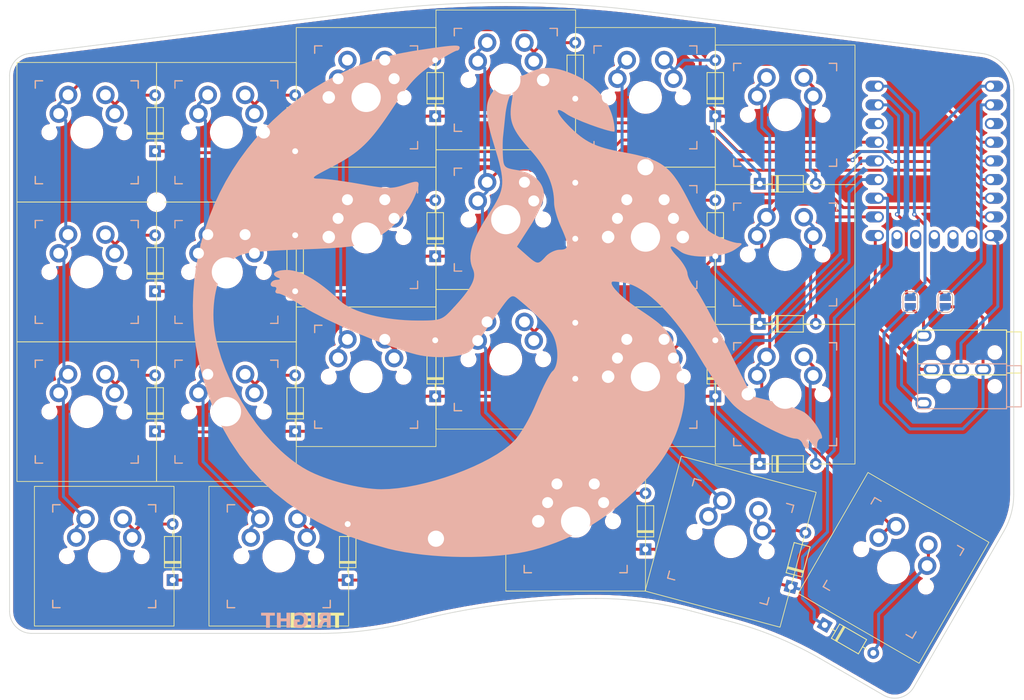
<source format=kicad_pcb>
(kicad_pcb (version 20221018) (generator pcbnew)
  (layers (0 "F.Cu" signal) (31 "B.Cu" signal) (34 "B.Paste" user) (35 "F.Paste" user) (36 "B.SilkS" user "B.Silkscreen") (37 "F.SilkS" user "F.Silkscreen") (38 "B.Mask" user) (39 "F.Mask" user) (44 "Edge.Cuts" user))
  (net 0 "")
  (net 1 "l0")
  (net 2 "Net-(D1-A)")
  (net 3 "Net-(D2-A)")
  (net 4 "Net-(D3-A)")
  (net 5 "Net-(D4-A)")
  (net 6 "Net-(D5-A)")
  (net 7 "Net-(D6-A)")
  (net 8 "l1")
  (net 9 "Net-(D7-A)")
  (net 10 "Net-(D8-A)")
  (net 11 "Net-(D9-A)")
  (net 12 "Net-(D10-A)")
  (net 13 "Net-(D11-A)")
  (net 14 "Net-(D12-A)")
  (net 15 "l2")
  (net 16 "Net-(D13-A)")
  (net 17 "Net-(D14-A)")
  (net 18 "Net-(D15-A)")
  (net 19 "Net-(D16-A)")
  (net 20 "Net-(D17-A)")
  (net 21 "Net-(D18-A)")
  (net 22 "l3")
  (net 23 "Net-(D19-A)")
  (net 24 "Net-(D20-A)")
  (net 25 "Net-(D21-A)")
  (net 26 "Net-(D22-A)")
  (net 27 "Net-(D23-A)")
  (net 28 "+5V")
  (net 29 "GND")
  (net 30 "5V_left")
  (net 31 "c0")
  (net 32 "c1")
  (net 33 "c2")
  (net 34 "c3")
  (net 35 "c4")
  (net 36 "c5")
  (net 37 "5V_right")
  (net 38 "GND_right")
  (net 40 "com_2")
  (net 46 "com_1")
  (net 48 "GND_left")
  (footprint "lib:SW_MX_reversible" (layer "F.Cu") (at 174.1271 159.5592)
    (fp_text reference "SW14" hide)
    (fp_text value "SW_SPST" hide)
  )
  (footprint "Diode_THT:D_DO-35_SOD27_P7.62mm_Horizontal" (layer "F.Cu") (at 183.4771 143.184 90)
    (fp_text reference "D8" hide)
    (fp_text value "1N4148" hide)
  )
  (footprint "Diode_THT:D_DO-35_SOD27_P7.62mm_Horizontal" (layer "F.Cu") (at 164.4271 124.134 90)
    (fp_text reference "D1" hide)
    (fp_text value "1N4148" hide)
  )
  (footprint "Diode_THT:D_DO-35_SOD27_P7.62mm_Horizontal" (layer "F.Cu") (at 164.4271 162.234 90)
    (fp_text reference "D13" hide)
    (fp_text value "1N4148" hide)
  )
  (footprint "_mcu:rp2040-zero-tht" (layer "F.Cu") (at 270.4261 125.4511)
    (fp_text reference "U1" hide)
    (fp_text value "rp2040-zero" hide)
  )
  (footprint "Diode_THT:D_DO-35_SOD27_P7.62mm_Horizontal" (layer "F.Cu") (at 240.6271 157.4715 90)
    (fp_text reference "D17" hide)
    (fp_text value "1N4148" hide)
  )
  (footprint "lib:SW_MX_reversible" (layer "F.Cu") (at 250.1271 157.1844)
    (fp_text reference "SW18" hide)
    (fp_text value "SW_SPST" hide)
  )
  (footprint "lib:SolderJumper-2_P1.3mm_Open_RoundedPad1.0x1.5mm" (layer "F.Cu") (at 271.9125 144.652 -90)
    (fp_text reference "JP_L1" hide)
    (fp_text value "~" hide)
  )
  (footprint "Diode_THT:D_DO-35_SOD27_P7.62mm_Horizontal" (layer "F.Cu") (at 250.9032 183.3883 75)
    (fp_text reference "D22" hide)
    (fp_text value "1N4148" hide)
  )
  (footprint "lib:SW_MX_reversible" (layer "F.Cu") (at 193.1271 116.8115)
    (fp_text reference "SW3" hide)
    (fp_text value "SW_SPST" hide)
  )
  (footprint "MountingHole:MountingHole_2.2mm_M2" (layer "F.Cu") (at 231.1271 126.311)
    (fp_text reference "H3" hide)
    (fp_text value "MountingHole" hide)
  )
  (footprint "Diode_THT:D_DO-35_SOD27_P7.62mm_Horizontal" (layer "F.Cu") (at 190.6208 182.4746 90)
    (fp_text reference "D20" hide)
    (fp_text value "1N4148" hide)
  )
  (footprint "Diode_THT:D_DO-35_SOD27_P7.62mm_Horizontal" (layer "F.Cu") (at 166.8083 182.4746 90)
    (fp_text reference "D19" hide)
    (fp_text value "1N4148" hide)
  )
  (footprint "MountingHole:MountingHole_2.2mm_M2" (layer "F.Cu") (at 202.6271 176.8483)
    (fp_text reference "H1" hide)
    (fp_text value "MountingHole" hide)
  )
  (footprint "Diode_THT:D_DO-35_SOD27_P7.62mm_Horizontal" (layer "F.Cu") (at 202.5271 138.4215 90)
    (fp_text reference "D9" hide)
    (fp_text value "1N4148" hide)
  )
  (footprint "lib:SW_MX_reversible" (layer "F.Cu") (at 264.8729 180.8136 -30)
    (fp_text reference "SW23" hide)
    (fp_text value "SW_SPST" hide)
  )
  (footprint "Diode_THT:D_DO-35_SOD27_P7.62mm_Horizontal" (layer "F.Cu") (at 221.5771 116.9902 90)
    (fp_text reference "D4" hide)
    (fp_text value "1N4148" hide)
  )
  (footprint "Diode_THT:D_DO-35_SOD27_P7.62mm_Horizontal" (layer "F.Cu") (at 246.6713 128.5687)
    (fp_text reference "D6" hide)
    (fp_text value "1N4148" hide)
  )
  (footprint "lib:SW_MX_reversible" (layer "F.Cu") (at 242.713 177.2493 -15)
    (fp_text reference "SW22" hide)
    (fp_text value "SW_SPST" hide)
  )
  (footprint "lib:SW_MX_reversible" (layer "F.Cu") (at 155.1271 159.5592)
    (fp_text reference "SW13" hide)
    (fp_text value "SW_SPST" hide)
  )
  (footprint "lib:SW_MX_reversible" (layer "F.Cu") (at 221.6271 174.4734)
    (fp_text reference "SW21" hide)
    (fp_text value "SW_SPST" hide)
  )
  (footprint "lib:SW_MX_reversible" (layer "F.Cu") (at 212.1271 133.4356)
    (fp_text reference "SW10" hide)
    (fp_text value "SW_SPST" hide)
  )
  (footprint "lib:SW_MX_reversible" (layer "F.Cu") (at 231.1271 116.8115)
    (fp_text reference "SW5" hide)
    (fp_text value "SW_SPST" hide)
  )
  (footprint "lib:SW_MX_reversible" (layer "F.Cu") (at 231.1271 154.8095)
    (fp_text reference "SW17" hide)
    (fp_text value "SW_SPST" hide)
  )
  (footprint "Diode_THT:D_DO-35_SOD27_P7.62mm_Horizontal" (layer "F.Cu") (at 240.6271 119.3715 90)
    (fp_text reference "D5" hide)
    (fp_text value "1N4148" hide)
  )
  (footprint "Diode_THT:D_DO-35_SOD27_P7.62mm_Horizontal" (layer "F.Cu") (at 221.5771 136.0402 90)
    (fp_text reference "D10" hide)
    (fp_text value "1N4148" hide)
  )
  (footprint "lib:SW_MX_reversible" (layer "F.Cu") (at 181.2521 179.2232)
    (fp_text reference "SW20" hide)
    (fp_text value "SW_SPST" hide)
  )
  (footprint "Diode_THT:D_DO-35_SOD27_P7.62mm_Horizontal" (layer "F.Cu") (at 202.5271 157.4715 90)
    (fp_text reference "D15" hide)
    (fp_text value "1N4148" hide)
  )
  (footprint "lib:SW_MX_reversible" (layer "F.Cu") (at 231.1271 135.8105)
    (fp_text reference "SW11" hide)
    (fp_text value "SW_SPST" hide)
  )
  (footprint "lib:SW_MX_reversible" (layer "F.Cu") (at 250.1271 138.1854)
    (fp_text reference "SW12" hide)
    (fp_text value "SW_SPST" hide)
  )
  (footprint "lib:SW_MX_reversible" (layer "F.Cu") (at 174.1271 140.5602)
    (fp_text reference "SW8" hide)
    (fp_text value "SW_SPST" hide)
  )
  (footprint "lib:SW_MX_reversible" (layer "F.Cu") (at 250.1271 119.1864)
    (fp_text reference "SW6" hide)
    (fp_text value "SW_SPST" hide)
  )
  (footprint "Diode_THT:D_DO-35_SOD27_P7.62mm_Horizontal" (layer "F.Cu") (at 183.4771 124.134 90)
    (fp_text reference "D2" hide)
    (fp_text value "1N4148" hide)
  )
  (footprint "lib:SW_MX_reversible" (layer "F.Cu") (at 155.1271 140.5592)
    (fp_text reference "SW7" hide)
    (fp_text value "SW_SPST" hide)
  )
  (footprint "Diode_THT:D_DO-35_SOD27_P7.62mm_Horizontal" (layer "F.Cu") (at 231.1271 178.2834 90)
    (fp_text reference "D21" hide)
    (fp_text value "1N4148" hide)
  )
  (footprint "Diode_THT:D_DO-35_SOD27_P7.62mm_Horizontal" (layer "F.Cu") (at 202.5271 119.3715 90)
    (fp_text reference "D3" hide)
    (fp_text value "1N4148" hide)
  )
  (footprint "lib:SW_MX_reversible" (layer "F.Cu") (at 157.5021 179.2232)
    (fp_text reference "SW19" hide)
    (fp_text value "SW_SPST" hide)
  )
  (footprint "lib:SW_MX_reversible" (layer "F.Cu") (at 193.1271 135.8105)
    (fp_text reference "SW9" hide)
    (fp_text value "SW_SPST" hide)
  )
  (footprint "Diode_THT:D_DO-35_SOD27_P7.62mm_Horizontal" (layer "F.Cu") (at 246.6713 166.6687)
    (fp_text reference "D18" hide)
    (fp_text value "1N4148" hide)
  )
  (footprint "Diode_THT:D_DO-35_SOD27_P7.62mm_Horizontal" (layer "F.Cu") (at 246.6713 147.6187)
    (fp_text reference "D12" hide)
    (fp_text value "1N4148" hide)
  )
  (footprint "lib:TRRS-PJ-320A_reversible" (layer "F.Cu") (at 280.246875 153.81 -90)
    (fp_text reference "J1" hide)
    (fp_text value "AudioJack4" hide)
  )
  (footprint "Diode_THT:D_DO-35_SOD27_P7.62mm_Horizontal" (layer "F.Cu") (at 164.4271 143.184 90)
    (fp_text reference "D7" hide)
    (fp_text value "1N4148" hide)
  )
  (footprint "Diode_THT:D_DO-35_SOD27_P7.62mm_Horizontal" (layer "F.Cu") (at 240.6271 138.4215 90)
    (fp_text reference "D11" hide)
    (fp_text value "1N4148" hide)
  )
  (footprint "MountingHole:MountingHole_2.2mm_M2" (layer "F.Cu") (at 164.6271 131.0607)
    (fp_text reference "H2" hide)
    (fp_text value "MountingHole" hide)
  )
  (footprint "Diode_THT:D_DO-35_SOD27_P7.62mm_Horizontal" (layer "F.Cu") (at 183.4771 162.234 90)
    (fp_text reference "D14" hide)
    (fp_text value "1N4148" hide)
  )
  (footprint "Diode_THT:D_DO-35_SOD27_P7.62mm_Horizontal" (layer "F.Cu") (at 255.5161 188.5762 -30)
    (fp_text reference "D23" hide)
    (fp_text value "1N4148" hide)
  )
  (footprint "lib:SolderJumper-2_P1.3mm_Open_RoundedPad1.0x1.5mm" (layer "F.Cu") (at 267.15 144.652 -90)
    (fp_text reference "JP_L2" hide)
    (fp_text value "~" hide)
  )
  (footprint "lib:SW_MX_reversible" (layer "F.Cu") (at 193.1271 154.8114)
    (fp_text reference "SW15" hide)
    (fp_text value "SW_SPST" hide)
  )
  (footprint "lib:SW_MX_reversible" (layer "F.Cu") (at 155.1271 121.5612)
    (fp_text reference "SW1" hide)
    (fp_text value "SW_SPST" hide)
  )
  (footprint "lib:SW_MX_reversible" (layer "F.Cu") (at 212.1271 152.4346)
    (fp_text reference "SW16" hide)
    (fp_text value "SW_SPST" hide)
  )
  (footprint "lib:SW_MX_reversible" (layer "F.Cu") (at 212.1271 114.4366)
    (fp_text reference "SW4" hide)
    (fp_text value "SW_SPST" hide)
  )
  (footprint "lib:SW_MX_reversible" (layer "F.Cu") (at 174.1271 121.5612)
    (fp_text reference "SW2" hide)
    (fp_text value "SW_SPST" hide)
  )
  (footprint "Diode_THT:D_DO-35_SOD27_P7.62mm_Horizontal" (layer "F.Cu") (at 221.5771 155.0902 90)
    (fp_text reference "D16" hide)
    (fp_text value "1N4148" hide)
  )
  (footprint "lib:SolderJumper-2_P1.3mm_Open_RoundedPad1.0x1.5mm" (layer "B.Cu") (at 267.15 144.652 -90)
    (fp_text reference "JP_R1" hide)
    (fp_text value "~" hide)
  )
  (footprint "lib:SolderJumper-2_P1.3mm_Open_RoundedPad1.0x1.5mm" (layer "B.Cu") (at 271.9125 144.652 -90)
    (fp_text reference "JP_R2" hide)
    (fp_text value "~" hide)
  )
  (gr_poly (pts (xy 205.126835 109.768918) (xy 204.991093 109.772821) (xy 204.840822 109.780362) (xy 204.675404 109.791588) (xy 204.494223 109.806546) (xy 204.296661 109.825281) (xy 203.849923 109.874274) (xy 203.330252 109.938939) (xy 202.732709 110.01965) (xy 202.052355 110.116779) (xy 201.284252 110.230701) (xy 200.423459 110.361787) (xy 199.465038 110.510412) (xy 197.6195 110.848151) (xy 195.814342 111.277072) (xy 194.051551 111.794324) (xy 192.333111 112.397057) (xy 190.661009 113.08242) (xy 189.037229 113.847562) (xy 187.463758 114.689633) (xy 185.942581 115.60578) (xy 184.475684 116.593155) (xy 183.065052 117.648906) (xy 181.712672 118.770182) (xy 180.420527 119.954132) (xy 179.190605 121.197907) (xy 178.024891 122.498654) (xy 176.92537 123.853523) (xy 175.894027 125.259664) (xy 174.93285 126.714226) (xy 174.043822 128.214357) (xy 173.22893 129.757208) (xy 172.49016 131.339927) (xy 171.829496 132.959663) (xy 171.248925 134.613566) (xy 170.750433 136.298786) (xy 170.336003 138.012471) (xy 170.007624 139.75177) (xy 169.767279 141.513833) (xy 169.616954 143.295809) (xy 169.558636 145.094848) (xy 169.59431 146.908097) (xy 169.725961 148.732708) (xy 169.955574 150.565828) (xy 170.285137 152.404608) (xy 170.873224 154.853878) (xy 171.603072 157.196547) (xy 172.473602 159.431534) (xy 173.483734 161.557764) (xy 174.632391 163.574156) (xy 175.918492 165.479634) (xy 177.340959 167.273119) (xy 178.898712 168.953532) (xy 180.590672 170.519797) (xy 182.415761 171.970833) (xy 184.372899 173.305564) (xy 186.461007 174.522911) (xy 188.679006 175.621796) (xy 191.025817 176.601141) (xy 193.500361 177.459868) (xy 196.101558 178.196898) (xy 197.198659 178.450031) (xy 198.362761 178.671541) (xy 199.583305 178.861322) (xy 200.849729 179.019268) (xy 202.151471 179.145274) (xy 203.477972 179.239235) (xy 204.81867 179.301045) (xy 206.163005 179.330599) (xy 207.500414 179.327792) (xy 208.820337 179.292518) (xy 210.112214 179.224672) (xy 211.365483 179.124148) (xy 212.569583 178.990842) (xy 213.713954 178.824647) (xy 214.788033 178.625459) (xy 215.781261 178.393172) (xy 215.781263 178.393174) (xy 215.781264 178.393177) (xy 215.781266 178.39318) (xy 215.781268 178.393183) (xy 215.78127 178.393185) (xy 215.781272 178.393188) (xy 215.781274 178.39319) (xy 215.781276 178.393193) (xy 215.781278 178.393195) (xy 215.781281 178.393196) (xy 215.781283 178.393198) (xy 215.781285 178.393199) (xy 215.781287 178.393201) (xy 215.781288 178.393201) (xy 215.781289 178.393202) (xy 215.78129 178.393202) (xy 215.781291 178.393202) (xy 215.781292 178.393202) (xy 216.87294 178.08645) (xy 217.942241 177.744192) (xy 218.990205 177.3658) (xy 220.01784 176.95065) (xy 221.026155 176.498116) (xy 222.016159 176.007572) (xy 222.98886 175.478393) (xy 223.945267 174.909953) (xy 224.88639 174.301627) (xy 225.813237 173.652788) (xy 226.726816 172.962812) (xy 227.628137 172.231073) (xy 228.518209 171.456944) (xy 229.398039 170.639801) (xy 230.268638 169.779018) (xy 231.131014 168.873968) (xy 231.641772 168.308761) (xy 232.122649 167.748338) (xy 232.574495 167.191129) (xy 232.99816 166.635563) (xy 233.394495 166.080068) (xy 233.764352 165.523073) (xy 234.10858 164.963007) (xy 234.428032 164.398299) (xy 234.723556 163.827379) (xy 234.996005 163.248674) (xy 235.246229 162.660615) (xy 235.475078 162.061628) (xy 235.683405 161.450145) (xy 235.872058 160.824593) (xy 236.04189 160.183402) (xy 236.19375 159.525) (xy 236.284593 159.068616) (xy 236.358213 158.623389) (xy 236.414236 158.1857) (xy 236.452291 157.75193) (xy 236.472005 157.318463) (xy 236.473007 156.881678) (xy 236.454923 156.437958) (xy 236.417382 155.983685) (xy 236.360012 155.515239) (xy 236.282439 155.029004) (xy 236.184293 154.52136) (xy 236.0652 153.988689) (xy 235.924788 153.427372) (xy 235.762686 152.833792) (xy 235.57852 152.20433) (xy 235.371919 151.535368) (xy 235.207106 151.028946) (xy 235.044766 150.567307) (xy 234.880156 150.144923) (xy 234.708536 149.756264) (xy 234.525164 149.395802) (xy 234.325297 149.058007) (xy 234.104196 148.737352) (xy 233.857116 148.428307) (xy 233.579318 148.125343) (xy 233.266059 147.822932) (xy 232.912598 147.515544) (xy 232.514193 147.19765) (xy 232.066102 146.863723) (xy 231.563584 146.508233) (xy 231.001897 146.12565) (xy 230.376299 145.710448) (xy 229.925895 145.40719) (xy 229.493295 145.101894) (xy 229.080784 144.79686) (xy 228.69065 144.494384) (xy 228.325178 144.196766) (xy 227.986654 143.906303) (xy 227.677364 143.625294) (xy 227.399596 143.356037) (xy 227.155634 143.100831) (xy 226.947766 142.861973) (xy 226.778277 142.641762) (xy 226.649454 142.442496) (xy 226.563583 142.266473) (xy 226.537468 142.187896) (xy 226.522949 142.115992) (xy 226.520311 142.051047) (xy 226.52984 141.99335) (xy 226.551822 141.943187) (xy 226.586542 141.900847) (xy 226.596224 141.894233) (xy 226.610072 141.888469) (xy 226.649799 141.879449) (xy 226.7048 141.873706) (xy 226.774149 141.871158) (xy 226.856924 141.871723) (xy 226.952201 141.875322) (xy 227.059054 141.881873) (xy 227.176561 141.891294) (xy 227.303797 141.903504) (xy 227.439838 141.918423) (xy 227.734641 141.956061) (xy 228.053577 142.003557) (xy 228.389253 142.060263) (xy 228.654484 142.117087) (xy 228.926121 142.193775) (xy 229.203844 142.290007) (xy 229.487333 142.405463) (xy 229.77627 142.539825) (xy 230.070335 142.692771) (xy 230.67257 143.053143) (xy 231.291483 143.48402) (xy 231.92452 143.982847) (xy 232.569124 144.547067) (xy 233.222739 145.174123) (xy 233.882811 145.861458) (xy 234.546784 146.606515) (xy 235.212103 147.406738) (xy 235.876211 148.25957) (xy 236.536554 149.162454) (xy 237.190576 150.112833) (xy 237.835721 151.10815) (xy 238.469434 152.145849) (xy 239.090481 153.165277) (xy 239.74324 154.185353) (xy 240.408176 155.178816) (xy 241.065757 156.118402) (xy 241.69645 156.976849) (xy 242.280721 157.726894) (xy 242.799037 158.341276) (xy 243.027358 158.589073) (xy 243.231866 158.792731) (xy 243.602456 159.117058) (xy 244.043435 159.461833) (xy 244.544067 159.821348) (xy 245.093612 160.189893) (xy 245.681334 160.56176) (xy 246.296495 160.931241) (xy 246.928357 161.292626) (xy 247.566182 161.640208) (xy 248.199234 161.968276) (xy 248.816775 162.271124) (xy 249.408066 162.543042) (xy 249.962371 162.778321) (xy 250.468951 162.971254) (xy 250.91707 163.116131) (xy 251.295989 163.207243) (xy 251.594971 163.238882) (xy 251.628089 163.239783) (xy 251.661472 163.242454) (xy 251.69506 163.246852) (xy 251.728797 163.252933) (xy 251.762624 163.260653) (xy 251.796484 163.269967) (xy 251.864068 163.293204) (xy 251.931088 163.322289) (xy 251.997078 163.35687) (xy 252.061577 163.396594) (xy 252.124121 163.441109) (xy 252.184247 163.490061) (xy 252.241491 163.543097) (xy 252.295391 163.599865) (xy 252.345482 163.660011) (xy 252.391303 163.723182) (xy 252.432389 163.789026) (xy 252.468277 163.85719) (xy 252.484127 163.892032) (xy 252.498505 163.927321) (xy 252.534484 164.015216) (xy 252.572363 164.096819) (xy 252.611877 164.172167) (xy 252.652759 164.241301) (xy 252.694746 164.304259) (xy 252.737572 164.361081) (xy 252.780971 164.411805) (xy 252.824679 164.456471) (xy 252.868431 164.495118) (xy 252.91196 164.527785) (xy 252.955003 164.554511) (xy 252.997293 164.575335) (xy 253.038566 164.590296) (xy 253.078557 164.599434) (xy 253.117 164.602787) (xy 253.15363 164.600394) (xy 253.188182 164.592296) (xy 253.22039 164.57853) (xy 253.249991 164.559136) (xy 253.276718 164.534154) (xy 253.300306 164.503621) (xy 253.32049 164.467578) (xy 253.337005 164.426063) (xy 253.349586 164.379115) (xy 253.357967 164.326774) (xy 253.361884 164.269079) (xy 253.361071 164.206069) (xy 253.355264 164.137782) (xy 253.344195 164.064259) (xy 253.327602 163.985538) (xy 253.305218 163.901658) (xy 253.276779 163.812659) (xy 253.238317 163.698253) (xy 253.207439 163.599716) (xy 253.184438 163.517119) (xy 253.169606 163.450537) (xy 253.165346 163.423274) (xy 253.163237 163.400041) (xy 253.163318 163.38085) (xy 253.165625 163.365707) (xy 253.170193 163.354623) (xy 253.177061 163.347606) (xy 253.186264 163.344667) (xy 253.197839 163.345813) (xy 253.211823 163.351054) (xy 253.228252 163.3604) (xy 253.247163 163.373859) (xy 253.268593 163.391441) (xy 253.319156 163.439009) (xy 253.380233 163.503178) (xy 253.452117 163.58402) (xy 253.535102 163.681609) (xy 253.629481 163.796018) (xy 253.735546 163.927321) (xy 253.852361 164.071947) (xy 253.956335 164.197708) (xy 254.048221 164.304719) (xy 254.128773 164.393095) (xy 254.198745 164.462951) (xy 254.229999 164.49097) (xy 254.258891 164.514402) (xy 254.285514 164.533261) (xy 254.309964 164.547563) (xy 254.332334 164.557321) (xy 254.352718 164.56255) (xy 254.371211 164.563264) (xy 254.387908 164.559477) (xy 254.402901 164.551205) (xy 254.416286 164.538461) (xy 254.428156 164.52126) (xy 254.438607 164.499615) (xy 254.447732 164.473543) (xy 254.455625 164.443056) (xy 254.46238 164.40817) (xy 254.468093 164.368898) (xy 254.476765 164.277256) (xy 254.482395 164.168246) (xy 254.485737 164.041983) (xy 254.48985 163.960165) (xy 254.498759 163.88064) (xy 254.51221 163.803822) (xy 254.529951 163.730121) (xy 254.551727 163.65995) (xy 254.577287 163.59372) (xy 254.606376 163.531843) (xy 254.638742 163.474731) (xy 254.674131 163.422795) (xy 254.712291 163.376449) (xy 254.752968 163.336103) (xy 254.774171 163.318308) (xy 254.795909 163.302169) (xy 254.818149 163.287735) (xy 254.840861 163.275058) (xy 254.864012 163.264191) (xy 254.887571 163.255184) (xy 254.911506 163.248089) (xy 254.935786 163.242958) (xy 254.960378 163.239841) (xy 254.985252 163.238791) (xy 255.044572 163.230893) (xy 255.090301 163.20777) (xy 255.122971 163.170283) (xy 255.143116 163.119288) (xy 255.151266 163.055644) (xy 255.147957 162.980211) (xy 255.133719 162.893845) (xy 255.109087 162.797407) (xy 255.074593 162.691754) (xy 255.030769 162.577744) (xy 254.917265 162.328091) (xy 254.772837 162.055315) (xy 254.601747 161.766283) (xy 254.408258 161.467864) (xy 254.196631 161.166926) (xy 253.97113 160.870336) (xy 253.736016 160.584962) (xy 253.495551 160.317672) (xy 253.253998 160.075333) (xy 253.134145 159.965667) (xy 253.015618 159.864815) (xy 252.898951 159.773634) (xy 252.784676 159.692984) (xy 252.664074 159.619349) (xy 252.515534 159.539875) (xy 252.341158 159.45531) (xy 252.143052 159.366402) (xy 251.684062 159.178551) (xy 251.155397 158.982311) (xy 250.573891 158.783669) (xy 249.956376 158.588611) (xy 249.319686 158.403125) (xy 248.680653 158.233198) (xy 245.603829 157.456709) (xy 242.134312 150.52751) (xy 240.717756 147.760326) (xy 239.425558 145.348212) (xy 238.87069 144.356325) (xy 238.400428 143.550428) (xy 238.032611 142.962928) (xy 237.785078 142.626234) (xy 237.695116 142.522476) (xy 237.606993 142.412344) (xy 237.521194 142.296803) (xy 237.438203 142.17682) (xy 237.358508 142.053361) (xy 237.282592 141.92739) (xy 237.210943 141.799875) (xy 237.144044 141.671782) (xy 237.082382 141.544075) (xy 237.026443 141.417722) (xy 236.976711 141.293688) (xy 236.933672 141.172939) (xy 236.897812 141.056441) (xy 236.869616 140.945159) (xy 236.84957 140.840061) (xy 236.838159 140.742111) (xy 236.824476 140.642063) (xy 236.797756 140.530813) (xy 236.758709 140.409533) (xy 236.708045 140.279397) (xy 236.646476 140.141578) (xy 236.574712 139.997249) (xy 236.493463 139.847582) (xy 236.403439 139.693752) (xy 236.305351 139.536932) (xy 236.199909 139.378293) (xy 236.087824 139.21901) (xy 235.969806 139.060255) (xy 235.846566 138.903201) (xy 235.718814 138.749022) (xy 235.58726 138.598891) (xy 235.452615 138.45398) (xy 235.214217 138.197391) (xy 235.013626 137.965649) (xy 234.850325 137.75956) (xy 234.723796 137.579927) (xy 234.67416 137.500284) (xy 234.633522 137.427557) (xy 234.601819 137.361847) (xy 234.578985 137.303253) (xy 234.564957 137.251878) (xy 234.559668 137.207821) (xy 234.563056 137.171183) (xy 234.575054 137.142065) (xy 234.595598 137.120567) (xy 234.624624 137.106791) (xy 234.662067 137.100835) (xy 234.707862 137.102802) (xy 234.761945 137.112791) (xy 234.82425 137.130904) (xy 234.894713 137.157241) (xy 234.97327 137.191902) (xy 235.059856 137.234988) (xy 235.154406 137.2866) (xy 235.367139 137.415803) (xy 235.610952 137.580317) (xy 235.885328 137.780945) (xy 236.020277 137.873134) (xy 236.171673 137.958543) (xy 236.338487 138.037205) (xy 236.51969 138.109154) (xy 236.921143 138.233052) (xy 237.367797 138.330508) (xy 237.851417 138.401797) (xy 238.363768 138.447189) (xy 238.896616 138.466959) (xy 239.441724 138.461378) (xy 239.990857 138.43072) (xy 240.535781 138.375258) (xy 241.06826 138.295263) (xy 241.58006 138.19101) (xy 242.062944 138.06277) (xy 242.508679 137.910816) (xy 242.909028 137.735421) (xy 243.08961 137.639018) (xy 243.255757 137.536858) (xy 243.451846 137.405583) (xy 243.624474 137.286791) (xy 243.77394 137.179922) (xy 243.900542 137.084419) (xy 244.004578 136.999726) (xy 244.086346 136.925283) (xy 244.118973 136.891731) (xy 244.146144 136.860533) (xy 244.154878 136.848924) (xy 220.467389 136.848924) (xy 220.466951 136.939327) (xy 220.459231 137.022101) (xy 220.444215 137.097524) (xy 220.421891 137.165874) (xy 220.392246 137.227429) (xy 220.355266 137.282464) (xy 220.310938 137.331259) (xy 220.25925 137.374089) (xy 220.200188 137.411234) (xy 220.133739 137.442969) (xy 220.05989 137.469573) (xy 219.88994 137.508497) (xy 219.690234 137.530223) (xy 219.460666 137.536972) (xy 219.346718 137.541735) (xy 219.227509 137.555708) (xy 219.104017 137.578421) (xy 218.977219 137.609404) (xy 218.848094 137.648186) (xy 218.717618 137.694296) (xy 218.58677 137.747264) (xy 218.456526 137.806618) (xy 218.327866 137.871889) (xy 218.201766 137.942605) (xy 218.079204 138.018296) (xy 217.961158 138.098492) (xy 217.848605 138.182721) (xy 217.742524 138.270513) (xy 217.643891 138.361397) (xy 217.553684 138.454903) (xy 217.370712 138.655505) (xy 217.206906 138.828917) (xy 217.131066 138.90533) (xy 217.05867 138.974832) (xy 216.989266 139.037383) (xy 216.922406 139.092945) (xy 216.857641 139.14148) (xy 216.794519 139.182951) (xy 216.732593 139.217318) (xy 216.671411 139.244544) (xy 216.610526 139.264591) (xy 216.549487 139.277419) (xy 216.487844 139.282992) (xy 216.425148 139.281271) (xy 216.360949 139.272218) (xy 216.294798 139.255794) (xy 216.226245 139.231962) (xy 216.154841 139.200683) (xy 216.080136 139.161919) (xy 216.00168 139.115632) (xy 215.919024 139.061783) (xy 215.831719 139.000335) (xy 215.739313 138.93125) (xy 215.641359 138.854489) (xy 215.427006 138.677786) (xy 215.185062 138.469922) (xy 214.91193 138.230591) (xy 214.912067 138.230606) (xy 213.647205 137.117386) (xy 215.485775 134.272782) (xy 215.679133 133.967128) (xy 215.865676 133.659417) (xy 216.215191 133.044869) (xy 216.528072 132.44324) (xy 216.798072 131.868631) (xy 216.915041 131.595865) (xy 217.018947 131.335141) (xy 217.109009 131.088224) (xy 217.184448 130.856874) (xy 217.244481 130.642854) (xy 217.288329 130.447928) (xy 217.31521 130.273858) (xy 217.324344 130.122406) (xy 217.320218 129.960309) (xy 217.307911 129.800779) (xy 217.287529 129.643917) (xy 217.259176 129.48982) (xy 217.22296 129.338588) (xy 217.178986 129.19032) (xy 217.127359 129.045113) (xy 217.068186 128.903068) (xy 217.001571 128.764282) (xy 216.927622 128.628855) (xy 216.846444 128.496885) (xy 216.758142 128.368471) (xy 216.662823 128.243712) (xy 216.560591 128.122707) (xy 216.451554 128.005555) (xy 216.335816 127.892353) (xy 216.213484 127.783202) (xy 216.084663 127.6782) (xy 215.949458 127.577446) (xy 215.807977 127.481038) (xy 215.660324 127.389075) (xy 215.506606 127.301657) (xy 215.346928 127.218881) (xy 215.181396 127.140848) (xy 215.010115 127.067654) (xy 214.833192 126.9994) (xy 214.650732 126.936185) (xy 214.462841 126.878106) (xy 214.269625 126.825263) (xy 214.07119 126.777754) (xy 213.867641 126.735678) (xy 213.659084 126.699135) (xy 213.352173 126.648612) (xy 213.081034 126.599588) (xy 212.843335 126.54969) (xy 212.636743 126.496547) (xy 212.544383 126.468017) (xy 212.458925 126.437786) (xy 212.380078 126.405557) (xy 212.307549 126.371034) (xy 212.241048 126.33392) (xy 212.180283 126.293918) (xy 212.124963 126.250733) (xy 212.074794 126.204068) (xy 212.029487 126.153625) (xy 211.98875 126.099109) (xy 211.952291 126.040223) (xy 211.919818 125.97667) (xy 211.89104 125.908154) (xy 211.865665 125.834378) (xy 211.843402 125.755045) (xy 211.823959 125.66986) (xy 211.792369 125.480745) (xy 211.76856 125.26466) (xy 211.7502 125.019232) (xy 211.734958 124.74209) (xy 211.720585 124.3894) (xy 211.711231 124.024155) (xy 211.706808 123.656939) (xy 211.707228 123.298336) (xy 211.712405 122.958928) (xy 211.72225 122.649299) (xy 211.736676 122.380032) (xy 211.755596 122.16171) (xy 211.887284 120.932128) (xy 212.059925 119.26489) (xy 212.110172 118.851554) (xy 212.175802 118.435375) (xy 212.254036 118.027647) (xy 212.3421 117.639667) (xy 212.437215 117.282728) (xy 212.536605 116.968126) (xy 212.587035 116.830231) (xy 212.637493 116.707156) (xy 212.687631 116.600313) (xy 212.737102 116.511114) (xy 212.800341 116.411751) (xy 212.829256 116.369358) (xy 212.856379 116.331881) (xy 212.881719 116.299364) (xy 212.905284 116.27185) (xy 212.927084 116.249383) (xy 212.947125 116.232005) (xy 212.965418 116.21976) (xy 212.98197 116.212691) (xy 212.989596 116.211111) (xy 212.996791 116.210842) (xy 213.003554 116.211888) (xy 213.009887 116.214255) (xy 213.015792 116.217949) (xy 213.021269 116.222974) (xy 213.030945 116.237043) (xy 213.038922 116.256504) (xy 213.045211 116.2814) (xy 213.049818 116.311776) (xy 213.052753 116.347674) (xy 213.054025 116.389138) (xy 213.053641 116.436211) (xy 213.051611 116.488935) (xy 213.047942 116.547355) (xy 213.035725 116.681455) (xy 213.017058 116.838855) (xy 212.992009 117.019902) (xy 212.960646 117.224941) (xy 212.923038 117.454321) (xy 212.853589 117.916355) (xy 212.806984 118.35158) (xy 212.78486 118.764189) (xy 212.788853 119.158371) (xy 212.820601 119.538318) (xy 212.847395 119.724264) (xy 212.881741 119.908222) (xy 212.923844 120.090717) (xy 212.973908 120.272273) (xy 213.032138 120.453414) (xy 213.098739 120.634663) (xy 213.173916 120.816545) (xy 213.257872 120.999583) (xy 213.452942 121.371224) (xy 213.685588 121.753777) (xy 213.957444 122.151433) (xy 214.270148 122.568384) (xy 214.625337 123.00882) (xy 215.024647 123.476933) (xy 215.469715 123.976915) (xy 215.867553 124.429836) (xy 216.238288 124.880207) (xy 216.582125 125.328488) (xy 216.899273 125.775143) (xy 217.189938 126.220632) (xy 217.454326 126.665418) (xy 217.692646 127.109961) (xy 217.905104 127.554723) (xy 218.091907 128.000167) (xy 218.253263 128.446753) (xy 218.389377 128.894943) (xy 218.500458 129.3452) (xy 218.586711 129.797983) (xy 218.648345 130.253757) (xy 218.685566 130.712981) (xy 218.698581 131.176117) (xy 218.703551 131.309962) (xy 218.717624 131.460421) (xy 218.740332 131.625846) (xy 218.771209 131.80459) (xy 218.809788 131.995006) (xy 218.855602 132.195447) (xy 218.908184 132.404265) (xy 218.967068 132.619814) (xy 219.101874 133.064516) (xy 219.256284 133.516375) (xy 219.339674 133.74087) (xy 219.426565 133.962213) (xy 219.51649 134.178758) (xy 219.608982 134.388855) (xy 219.816349 134.853298) (xy 219.995319 135.271692) (xy 220.145788 135.646257) (xy 220.267651 135.979213) (xy 220.360803 136.272778) (xy 220.42514 136.529173) (xy 220.460558 136.750616) (xy 220.467389 136.848924) (xy 244.154878 136.848924) (xy 244.167898 136.831619) (xy 244.184271 136.804919) (xy 244.195301 136.780363) (xy 244.201024 136.757882) (xy 244.201479 136.737406) (xy 244.196702 136.718866) (xy 244.186731 136.702191) (xy 244.171602 136.687312) (xy 244.151354 136.67416) (xy 244.126024 136.662664) (xy 244.095648 136.652754) (xy 244.060264 136.644362) (xy 243.974622 136.63185) (xy 243.869395 136.62457) (xy 243.744881 136.621964) (xy 243.644247 136.616712) (xy 243.526423 136.601921) (xy 243.392872 136.57808) (xy 243.245057 136.545679) (xy 243.084441 136.505206) (xy 242.912487 136.457151) (xy 242.730658 136.402004) (xy 242.540417 136.340254) (xy 242.140551 136.198901) (xy 241.724594 136.037008) (xy 241.304249 135.858489) (xy 241.096089 135.764219) (xy 240.891221 135.667259) (xy 240.592525 135.51777) (xy 240.316695 135.368265) (xy 240.060919 135.215438) (xy 239.822385 135.055982) (xy 239.598283 134.886591) (xy 239.490764 134.797136) (xy 239.3858 134.703958) (xy 239.283037 134.606642) (xy 239.182125 134.504776) (xy 239.082712 134.397946) (xy 238.984447 134.285739) (xy 238.789954 134.04354) (xy 238.595834 133.774873) (xy 238.399278 133.476431) (xy 238.197471 133.144907) (xy 237.987605 132.776994) (xy 237.766866 132.369387) (xy 237.532444 131.918778) (xy 237.281526 131.42186) (xy 236.796565 130.467001) (xy 236.341047 129.612468) (xy 235.905762 128.851202) (xy 235.481496 128.176142) (xy 235.059037 127.58023) (xy 234.845608 127.309747) (xy 234.629175 127.056405) (xy 234.408589 126.819319) (xy 234.182697 126.597608) (xy 233.950348 126.390389) (xy 233.71039 126.196779) (xy 233.461673 126.015897) (xy 233.203044 125.84686) (xy 232.933351 125.688785) (xy 232.651445 125.54079) (xy 232.356172 125.401993) (xy 232.046382 125.27151) (xy 231.378642 125.031961) (xy 230.639015 124.815082) (xy 229.818288 124.613814) (xy 228.907248 124.421099) (xy 227.896684 124.229875) (xy 227.252143 124.107662) (xy 226.653542 123.982266) (xy 226.096733 123.851669) (xy 225.577568 123.713848) (xy 225.091899 123.566786) (xy 224.635577 123.408461) (xy 224.204455 123.236853) (xy 223.794383 123.049944) (xy 223.401213 122.845712) (xy 223.020798 122.622137) (xy 222.648989 122.3772) (xy 222.281638 122.108881) (xy 221.914596 121.815159) (xy 221.543716 121.494015) (xy 221.164848 121.143429) (xy 220.773845 120.76138) (xy 220.433959 120.41239) (xy 220.134477 120.086648) (xy 219.875825 119.786171) (xy 219.658428 119.512973) (xy 219.482712 119.269069) (xy 219.3491 119.056474) (xy 219.25802 118.877204) (xy 219.228562 118.800695) (xy 219.209896 118.733272) (xy 219.202075 118.675189) (xy 219.205153 118.626695) (xy 219.219182 118.588044) (xy 219.244216 118.559487) (xy 219.280309 118.541276) (xy 219.327512 118.533663) (xy 219.38588 118.536899) (xy 219.455465 118.551238) (xy 219.53632 118.576929) (xy 219.6285 118.614226) (xy 219.847042 118.724644) (xy 220.111518 118.884506) (xy 220.422351 119.095826) (xy 220.650082 119.2403) (xy 220.94964 119.403168) (xy 221.310646 119.580605) (xy 221.722724 119.768788) (xy 222.658583 120.162093) (xy 223.674195 120.552491) (xy 224.686539 120.909388) (xy 225.612594 121.202191) (xy 226.017319 121.314998) (xy 226.369338 121.400308) (xy 226.658275 121.454299) (xy 226.87375 121.473146) (xy 226.88379 121.471205) (xy 226.892934 121.465446) (xy 226.901188 121.455965) (xy 226.908559 121.442855) (xy 226.915052 121.426213) (xy 226.920673 121.406133) (xy 226.925429 121.38271) (xy 226.929325 121.356041) (xy 226.934561 121.293339) (xy 226.93643 121.21879) (xy 226.93498 121.133153) (xy 226.930257 121.03719) (xy 226.922311 120.931661) (xy 226.911189 120.817327) (xy 226.896938 120.69495) (xy 226.879606 120.56529) (xy 226.859241 120.429108) (xy 226.835892 120.287164) (xy 226.809605 120.140221) (xy 226.780428 119.989038) (xy 226.667446 119.50815) (xy 226.522799 119.034317) (xy 226.347554 118.568839) (xy 226.142775 118.113017) (xy 225.909527 117.668152) (xy 225.648877 117.235545) (xy 225.36189 116.816498) (xy 225.049631 116.412312) (xy 224.713166 116.024288) (xy 224.353561 115.653726) (xy 223.971881 115.301929) (xy 223.569191 114.970197) (xy 223.146558 114.659831) (xy 222.705046 114.372133) (xy 222.245721 114.108403) (xy 221.769649 113.869943) (xy 221.266025 113.644183) (xy 220.782085 113.44539) (xy 220.316486 113.273475) (xy 219.867883 113.128349) (xy 219.434933 113.009924) (xy 219.016292 112.918111) (xy 218.610616 112.852821) (xy 218.216562 112.813966) (xy 217.832785 112.801457) (xy 217.457943 112.815206) (xy 217.09069 112.855123) (xy 216.729684 112.92112) (xy 216.37358 113.013109) (xy 216.021035 113.131) (xy 215.670706 113.274705) (xy 215.321247 113.444136) (xy 215.182656 113.513977) (xy 215.038782 113.581859) (xy 214.89076 113.647432) (xy 214.739728 113.710344) (xy 214.433171 113.826776) (xy 214.128197 113.928345) (xy 213.979144 113.972677) (xy 213.833893 114.012239) (xy 213.693581 114.046678) (xy 213.559343 114.075644) (xy 213.432316 114.098785) (xy 213.313635 114.11575) (xy 213.204436 114.126186) (xy 213.105854 114.129743) (xy 213.057927 114.131498) (xy 213.007135 114.136704) (xy 212.897527 114.157125) (xy 212.77818 114.190321) (xy 212.650245 114.235603) (xy 212.514869 114.292283) (xy 212.373203 114.359674) (xy 212.226397 114.437087) (xy 212.0756 114.523834) (xy 211.921962 114.619229) (xy 211.766632 114.722583) (xy 211.61076 114.833208) (xy 211.455496 114.950417) (xy 211.301989 115.073522) (xy 211.151388 115.201834) (xy 211.004844 115.334666) (xy 210.863506 115.47133) (xy 210.715363 115.62409) (xy 210.576154 115.777435) (xy 210.445853 115.931821) (xy 210.324433 116.087705) (xy 210.211865 116.245545) (xy 210.108123 116.405797) (xy 210.01318 116.568919) (xy 209.927008 116.735368) (xy 209.84958 116.9056) (xy 209.780868 117.080073) (xy 209.720846 117.259244) (xy 209.669486 117.443569) (xy 209.626761 117.633507) (xy 209.592644 117.829513) (xy 209.567107 118.032045) (xy 209.550123 118.24156) (xy 209.541665 118.458516) (xy 209.541705 118.683368) (xy 209.550217 118.916574) (xy 209.567172 119.158592) (xy 209.592545 119.409878) (xy 209.626306 119.670889) (xy 209.718889 120.223915) (xy 209.844703 120.821326) (xy 210.003529 121.466779) (xy 210.195149 122.163931) (xy 210.419346 122.916436) (xy 210.987757 124.814009) (xy 211.207585 125.6129) (xy 211.383453 126.32783) (xy 211.514583 126.970777) (xy 211.600194 127.553717) (xy 211.639508 128.088628) (xy 211.631744 128.587487) (xy 211.609964 128.82714) (xy 211.576123 129.062271) (xy 211.471864 129.524957) (xy 211.318189 129.987524) (xy 211.114317 130.461947) (xy 210.859468 130.960204) (xy 210.552864 131.494272) (xy 210.193724 132.076129) (xy 209.781269 132.717751) (xy 209.366717 133.369048) (xy 208.991596 133.988222) (xy 208.655467 134.576785) (xy 208.357892 135.136251) (xy 208.098433 135.668136) (xy 207.87665 136.173953) (xy 207.692106 136.655215) (xy 207.544363 137.113438) (xy 207.432981 137.550134) (xy 207.357522 137.966819) (xy 207.317547 138.365006) (xy 207.312619 138.746209) (xy 207.342299 139.111942) (xy 207.406149 139.463719) (xy 207.503729 139.803055) (xy 207.634601 140.131462) (xy 207.685041 140.250632) (xy 207.727902 140.370494) (xy 207.763038 140.491332) (xy 207.790304 140.613425) (xy 207.809555 140.737056) (xy 207.820647 140.862504) (xy 207.823433 140.990052) (xy 207.817769 141.11998) (xy 207.80351 141.252571) (xy 207.78051 141.388103) (xy 207.748624 141.52686) (xy 207.707708 141.669123) (xy 207.657616 141.815171) (xy 207.598203 141.965287) (xy 207.529324 142.119752) (xy 207.450833 142.278847) (xy 207.362586 142.442853) (xy 207.264437 142.612051) (xy 207.156242 142.786722) (xy 207.037855 142.967148) (xy 206.769925 143.346389) (xy 206.459486 143.752021) (xy 206.105377 144.186296) (xy 205.706437 144.651461) (xy 205.261505 145.149767) (xy 204.76942 145.683462) (xy 204.533614 145.932882) (xy 204.317236 146.152896) (xy 204.11459 146.345331) (xy 204.016637 146.431778) (xy 203.91998 146.512015) (xy 203.823908 146.58627) (xy 203.727709 146.654772) (xy 203.630671 146.717749) (xy 203.532081 146.775429) (xy 203.431227 146.828041) (xy 203.327398 146.875813) (xy 203.219882 146.918973) (xy 203.107965 146.95775) (xy 202.990937 146.992371) (xy 202.868085 147.023066) (xy 202.738697 147.050061) (xy 202.602061 147.073587) (xy 202.457465 147.09387) (xy 202.304196 147.11114) (xy 202.141544 147.125624) (xy 201.968795 147.137551) (xy 201.59016 147.154647) (xy 201.162595 147.164253) (xy 200.680404 147.168196) (xy 200.137889 147.168303) (xy 199.284369 147.153667) (xy 198.440254 147.114252) (xy 197.609021 147.050946) (xy 196.794147 146.964635) (xy 195.999108 146.856207) (xy 195.227381 146.726548) (xy 194.482441 146.576546) (xy 193.767766 146.407088) (xy 193.086831 146.21906) (xy 192.443112 146.013349) (xy 191.840088 145.790843) (xy 191.281232 145.552429) (xy 190.770023 145.298993) (xy 190.309935 145.031422) (xy 189.904447 144.750605) (xy 189.557033 144.457426) (xy 189.016337 143.958072) (xy 188.486757 143.489925) (xy 187.968535 143.053126) (xy 187.461909 142.647814) (xy 186.96712 142.274127) (xy 186.484407 141.932204) (xy 186.01401 141.622185) (xy 185.556169 141.34421) (xy 185.111124 141.098416) (xy 184.679114 140.884943) (xy 184.26038 140.703931) (xy 183.855161 140.555518) (xy 183.463697 140.439843) (xy 183.086228 140.357047) (xy 182.722993 140.307266) (xy 182.374233 140.290642) (xy 182.066569 140.297468) (xy 181.784513 140.317243) (xy 181.529237 140.348914) (xy 181.301913 140.391426) (xy 181.103713 140.443726) (xy 180.93581 140.504759) (xy 180.863586 140.538221) (xy 180.799375 140.573471) (xy 180.743325 140.610378) (xy 180.695581 140.64881) (xy 180.656291 140.688634) (xy 180.6256 140.72972) (xy 180.603655 140.771935) (xy 180.590603 140.815147) (xy 180.586591 140.859226) (xy 180.591764 140.904039) (xy 180.60627 140.949454) (xy 180.630254 140.99534) (xy 180.663864 141.041565) (xy 180.707246 141.087997) (xy 180.760546 141.134505) (xy 180.823911 141.180956) (xy 180.897487 141.227219) (xy 180.981421 141.273163) (xy 181.07586 141.318655) (xy 181.18095 141.363564) (xy 181.211809 141.376434) (xy 181.240127 141.389116) (xy 181.265912 141.401599) (xy 181.289175 141.413873) (xy 181.309922 141.425928) (xy 181.328164 141.437754) (xy 181.343909 141.44934) (xy 181.357165 141.460677) (xy 181.367941 141.471754) (xy 181.376246 141.48256) (xy 181.382089 141.493086) (xy 181.385478 141.503322) (xy 181.386423 141.513257) (xy 181.384932 141.52288) (xy 181.381013 141.532183) (xy 181.374675 141.541154) (xy 181.365928 141.549784) (xy 181.35478 141.558062) (xy 181.341239 141.565977) (xy 181.325314 141.573521) (xy 181.307015 141.580682) (xy 181.286349 141.587451) (xy 181.263326 141.593816) (xy 181.237954 141.599769) (xy 181.210242 141.605298) (xy 181.180199 141.610394) (xy 181.147834 141.615046) (xy 181.113154 141.619244) (xy 181.036889 141.626239) (xy 180.951473 141.631294) (xy 180.873638 141.637389) (xy 180.799094 141.648299) (xy 180.72795 141.663696) (xy 180.660314 141.683251) (xy 180.596297 141.706635) (xy 180.536007 141.733521) (xy 180.479553 141.76358) (xy 180.427045 141.796483) (xy 180.378591 141.831902) (xy 180.334301 141.869508) (xy 180.294284 141.908974) (xy 180.25865 141.94997) (xy 180.227506 141.992168) (xy 180.200964 142.035239) (xy 180.179131 142.078856) (xy 180.162117 142.12269) (xy 180.150031 142.166411) (xy 180.142982 142.209692) (xy 180.141079 142.252205) (xy 180.144432 142.29362) (xy 180.15315 142.33361) (xy 180.167341 142.371846) (xy 180.187116 142.407999) (xy 180.212582 142.441741) (xy 180.24385 142.472743) (xy 180.281029 142.500677) (xy 180.324227 142.525216) (xy 180.373554 142.546029) (xy 180.429119 142.562788) (xy 180.491031 142.575166) (xy 180.5594 142.582834) (xy 180.634334 142.585463) (xy 180.658878 142.586063) (xy 180.682376 142.587844) (xy 180.704816 142.590776) (xy 180.726184 142.59483) (xy 180.746467 142.599977) (xy 180.765652 142.606186) (xy 180.783727 142.613429) (xy 180.800678 142.621677) (xy 180.816493 142.630899) (xy 180.831158 142.641067) (xy 180.844661 142.652151) (xy 180.856988 142.664121) (xy 180.868128 142.676948) (xy 180.878065 142.690604) (xy 180.886789 142.705057) (xy 180.894285 142.72028) (xy 180.900541 142.736242) (xy 180.905544 142.752914) (xy 180.90928 142.770267) (xy 180.911738 142.788271) (xy 180.912904 142.806897) (xy 180.912764 142.826116) (xy 180.911307 142.845898) (xy 180.908518 142.866213) (xy 180.904386 142.887032) (xy 180.898897 142.908327) (xy 180.892038 142.930066) (xy 180.883796 142.952222) (xy 180.874159 142.974764) (xy 180.863112 142.997664) (xy 180.850645 143.020891) (xy 180.836742 143.044417) (xy 180.823078 143.067942) (xy 180.811307 143.09117) (xy 180.801406 143.114069) (xy 180.79335 143.136612) (xy 180.787113 143.158767) (xy 180.782672 143.180507) (xy 180.780001 143.201802) (xy 180.779077 143.222622) (xy 180.779873 143.242937) (xy 180.782365 143.262719) (xy 180.786529 143.281938) (xy 180.792339 143.300564) (xy 180.799772 143.318569) (xy 180.808802 143.335922) (xy 180.819405 143.352595) (xy 180.831556 143.368557) (xy 180.84523 143.38378) (xy 180.860402 143.398234) (xy 180.877048 143.41189) (xy 180.895143 143.424718) (xy 180.914663 143.436688) (xy 180.935582 143.447772) (xy 180.957875 143.45794) (xy 180.981519 143.467163) (xy 181.006488 143.475411) (xy 181.032758 143.482654) (xy 181.060304 143.488864) (xy 181.0891 143.494011) (xy 181.119124 143.498065) (xy 181.150348 143.500997) (xy 181.18275 143.502778) (xy 181.216304 143.503378) (xy 181.253822 143.505701) (xy 181.297831 143.512592) (xy 181.404469 143.539627) (xy 181.534497 143.583572) (xy 181.686196 143.643517) (xy 181.857846 143.718551) (xy 182.047727 143.807764) (xy 182.254119 143.910244) (xy 182.475303 144.025082) (xy 182.709559 144.151367) (xy 182.955166 144.288187) (xy 183.473557 144.589795) (xy 184.016717 144.922621) (xy 184.570888 145.279379) (xy 185.166033 145.648107) (xy 185.886559 146.054148) (xy 187.638545 146.950627) (xy 189.696428 147.913729) (xy 191.92979 148.888366) (xy 194.208213 149.819452) (xy 196.40128 150.651898) (xy 198.378571 151.33062) (xy 199.245546 151.595118) (xy 200.00967 151.800528) (xy 200.513109 151.910125) (xy 201.03867 151.998538) (xy 201.580288 152.066212) (xy 202.131895 152.113594) (xy 202.687425 152.141132) (xy 203.240811 152.149271) (xy 203.785986 152.138459) (xy 204.316885 152.109143) (xy 204.827439 152.061768) (xy 205.311583 151.996783) (xy 205.76325 151.914633) (xy 206.176373 151.815765) (xy 206.544886 151.700626) (xy 206.862721 151.569664) (xy 207.123813 151.423324) (xy 207.231184 151.344527) (xy 207.322094 151.262053) (xy 207.399064 151.177861) (xy 207.498882 151.0597) (xy 207.760735 150.730114) (xy 208.09499 150.290576) (xy 208.488985 149.75837) (xy 208.930059 149.150778) (xy 209.40555 148.485082) (xy 209.902797 147.778567) (xy 210.409137 147.048514) (xy 211.21105 145.889305) (xy 211.540933 145.421898) (xy 211.829795 145.024148) (xy 212.082405 144.692198) (xy 212.303534 144.42219) (xy 212.497953 144.21027) (xy 212.670432 144.052579) (xy 212.749934 143.992865) (xy 212.825741 143.945262) (xy 212.898447 143.909288) (xy 212.96865 143.884461) (xy 213.036946 143.870299) (xy 213.10393 143.86632) (xy 213.1702 143.872042) (xy 213.236352 143.886982) (xy 213.302982 143.910659) (xy 213.370685 143.942591) (xy 213.511701 144.02929) (xy 213.664168 144.143222) (xy 213.832859 144.280531) (xy 214.745364 145.050633) (xy 215.561687 145.770317) (xy 216.283095 146.440889) (xy 216.91086 147.06366) (xy 217.190022 147.357528) (xy 217.44625 147.639937) (xy 217.679701 147.911049) (xy 217.890535 148.171028) (xy 218.078909 148.420038) (xy 218.244984 148.658243) (xy 218.388917 148.885805) (xy 218.510868 149.102888) (xy 218.659027 149.415982) (xy 218.787155 149.748535) (xy 218.89527 150.096257) (xy 218.983393 150.45486) (xy 219.051542 150.820054) (xy 219.099737 151.187552) (xy 219.127997 151.553063) (xy 219.136343 151.912299) (xy 219.124792 152.260972) (xy 219.093366 152.594792) (xy 219.042082 152.90947) (xy 218.970961 153.200717) (xy 218.880022 153.464245) (xy 218.769284 153.695764) (xy 218.706497 153.79818) (xy 218.638767 153.890986) (xy 218.566098 153.973645) (xy 218.488491 154.045622) (xy 218.412288 154.121438) (xy 218.322954 154.232471) (xy 218.221602 154.376554) (xy 218.109345 154.551521) (xy 217.987297 154.755205) (xy 217.85657 154.98544) (xy 217.718278 155.24006) (xy 217.573536 155.516897) (xy 217.26915 156.128557) (xy 216.952319 156.803089) (xy 216.63195 157.523159) (xy 216.316951 158.271437) (xy 215.976191 159.061017) (xy 215.601804 159.850207) (xy 215.204286 160.620964) (xy 214.794132 161.355242) (xy 214.381838 162.034998) (xy 213.9779 162.642187) (xy 213.782344 162.91293) (xy 213.592813 163.158764) (xy 213.410618 163.377435) (xy 213.237072 163.566687) (xy 212.582454 164.170122) (xy 211.798606 164.771715) (xy 210.899711 165.366317) (xy 209.899953 165.948776) (xy 208.813518 166.513943) (xy 207.654589 167.056667) (xy 206.43735 167.571798) (xy 205.175987 168.054185) (xy 203.884683 168.498678) (xy 202.577623 168.900127) (xy 201.268991 169.253381) (xy 199.972971 169.55329) (xy 198.703748 169.794704) (xy 197.475506 169.972472) (xy 196.30243 170.081444) (xy 195.198703 170.116469) (xy 194.639719 170.100772) (xy 194.044749 170.058553) (xy 193.419435 169.991271) (xy 192.76942 169.900386) (xy 192.100345 169.787356) (xy 191.417852 169.653641) (xy 190.727582 169.5007) (xy 190.035179 169.329992) (xy 189.346283 169.142975) (xy 188.666536 168.94111) (xy 188.001581 168.725856) (xy 187.357059 168.498671) (xy 186.738613 168.261014) (xy 186.151883 168.014345) (xy 185.602512 167.760124) (xy 185.096141 167.499808) (xy 184.484868 167.146994) (xy 183.876439 166.756303) (xy 183.271948 166.329542) (xy 182.672483 165.868519) (xy 182.079135 165.37504) (xy 181.492996 164.850913) (xy 180.346703 163.717944) (xy 179.242329 162.48407) (xy 178.188597 161.163748) (xy 177.194233 159.771438) (xy 176.267961 158.321596) (xy 175.418505 156.828682) (xy 174.65459 155.307154) (xy 173.984939 153.771469) (xy 173.418278 152.236086) (xy 172.96333 150.715462) (xy 172.780475 149.965204) (xy 172.628821 149.224057) (xy 172.509457 148.493829) (xy 172.423474 147.776327) (xy 172.371963 147.073359) (xy 172.356014 146.386732) (xy 172.371118 145.708043) (xy 172.411587 145.049485) (xy 172.476961 144.412239) (xy 172.566781 143.797489) (xy 172.680589 143.206415) (xy 172.817924 142.640201) (xy 172.978329 142.100027) (xy 173.161344 141.587076) (xy 173.36651 141.102529) (xy 173.593368 140.647569) (xy 173.841458 140.223379) (xy 174.110322 139.831138) (xy 174.399501 139.472031) (xy 174.708535 139.147238) (xy 175.036966 138.857942) (xy 175.384334 138.605324) (xy 175.589406 138.480953) (xy 175.811847 138.367604) (xy 176.057923 138.2645) (xy 176.333896 138.17086) (xy 176.646032 138.085906) (xy 177.000595 138.008858) (xy 177.403849 137.938939) (xy 177.862058 137.875368) (xy 178.381487 137.817368) (xy 178.9684 137.764158) (xy 179.629061 137.71496) (xy 180.369735 137.668995) (xy 181.196685 137.625484) (xy 182.116176 137.583648) (xy 184.257839 137.501885) (xy 186.503377 137.416732) (xy 188.314413 137.328136) (xy 189.761847 137.226586) (xy 190.91658 137.102574) (xy 191.40634 137.029172) (xy 191.849514 136.946589) (xy 192.254963 136.853636) (xy 192.63155 136.749124) (xy 192.988137 136.631864) (xy 193.333588 136.500668) (xy 194.026531 136.191712) (xy 194.477334 135.960346) (xy 194.923915 135.702466) (xy 195.364451 135.419944) (xy 195.797118 135.114652) (xy 196.220093 134.78846) (xy 196.631552 134.443242) (xy 197.029672 134.080868) (xy 197.412631 133.70321) (xy 197.778603 133.31214) (xy 198.125767 132.90953) (xy 198.452298 132.497252) (xy 198.756374 132.077176) (xy 199.03617 131.651175) (xy 199.289864 131.221121) (xy 199.515632 130.788885) (xy 199.711651 130.356339) (xy 199.875121 129.958748) (xy 200.012189 129.60831) (xy 200.121484 129.303283) (xy 200.201637 129.041926) (xy 200.230358 128.92708) (xy 200.251279 128.822498) (xy 200.264231 128.727963) (xy 200.269042 128.643257) (xy 200.265541 128.568163) (xy 200.253556 128.502463) (xy 200.232917 128.445939) (xy 200.203452 128.398373) (xy 200.16499 128.359548) (xy 200.117361 128.329247) (xy 200.060392 128.307251) (xy 199.993913 128.293343) (xy 199.917753 128.287305) (xy 199.83174 128.288919) (xy 199.735704 128.297969) (xy 199.629473 128.314236) (xy 199.385742 128.36755) (xy 199.099179 128.447122) (xy 198.768414 128.551209) (xy 198.392078 128.67807) (xy 198.079514 128.782627) (xy 197.785894 128.873036) (xy 197.505523 128.949247) (xy 197.232704 129.011208) (xy 196.961741 129.058867) (xy 196.686937 129.092173) (xy 196.402597 129.111074) (xy 196.103024 129.115519) (xy 195.782522 129.105456) (xy 195.435395 129.080834) (xy 195.055946 129.041602) (xy 194.63848 128.987707) (xy 194.1773 128.919098) (xy 193.666709 128.835724) (xy 192.474514 128.624474) (xy 191.646197 128.47823) (xy 190.812665 128.340906) (xy 189.22031 128.105294) (xy 188.506668 128.013146) (xy 187.878169 127.942194) (xy 187.357403 127.895509) (xy 186.966961 127.87616) (xy 186.708717 127.871231) (xy 186.488327 127.863237) (xy 186.307632 127.85017) (xy 186.232746 127.841107) (xy 186.168476 127.830022) (xy 186.115052 127.816665) (xy 186.072703 127.800785) (xy 186.041661 127.78213) (xy 186.022156 127.760451) (xy 186.016802 127.748398) (xy 186.014418 127.735494) (xy 186.018678 127.707011) (xy 186.035167 127.674749) (xy 186.064113 127.638459) (xy 186.105749 127.597887) (xy 186.160304 127.552785) (xy 186.228009 127.5029) (xy 186.309094 127.447982) (xy 186.512327 127.322042) (xy 186.771846 127.172958) (xy 187.089494 126.99872) (xy 187.467115 126.797321) (xy 188.409649 126.305008) (xy 189.111891 125.932813) (xy 189.761007 125.570922) (xy 190.363442 125.213077) (xy 190.925641 124.853022) (xy 191.454051 124.484498) (xy 191.955116 124.101248) (xy 192.435283 123.697016) (xy 192.900996 123.265544) (xy 193.358701 122.800574) (xy 193.814845 122.29585) (xy 194.275871 121.745114) (xy 194.748227 121.142109) (xy 195.238357 120.480578) (xy 195.752706 119.754263) (xy 196.297722 118.956908) (xy 196.879848 118.082254) (xy 197.633693 116.962311) (xy 197.98235 116.4659) (xy 198.316317 116.007399) (xy 198.638707 115.583461) (xy 198.952635 115.190739) (xy 199.261215 114.825885) (xy 199.567561 114.485552) (xy 199.874787 114.166392) (xy 200.186008 113.86506) (xy 200.504338 113.578206) (xy 200.832891 113.302484) (xy 201.174781 113.034546) (xy 201.533123 112.771046) (xy 201.911031 112.508635) (xy 202.311618 112.243967) (xy 202.874564 111.885234) (xy 203.415044 111.550567) (xy 203.920136 111.247291) (xy 204.376916 110.982732) (xy 204.77246 110.764213) (xy 205.093845 110.59906) (xy 205.328147 110.494596) (xy 205.408604 110.467412) (xy 205.462444 110.458147) (xy 205.482323 110.457585) (xy 205.501949 110.455916) (xy 205.521299 110.453168) (xy 205.540346 110.449368) (xy 205.559067 110.444545) (xy 205.577437 110.438726) (xy 205.59543 110.431938) (xy 205.613022 110.424208) (xy 205.630188 110.415565) (xy 205.646903 110.406036) (xy 205.663142 110.395649) (xy 205.67888 110.384431) (xy 205.694093 110.372409) (xy 205.708756 110.359612) (xy 205.722843 110.346067) (xy 205.736331 110.331801) (xy 205.749193 110.316842) (xy 205.761406 110.301217) (xy 205.772944 110.284955) (xy 205.783783 110.268082) (xy 205.793897 110.250626) (xy 205.803263 110.232615) (xy 205.811854 110.214077) (xy 205.819647 110.195039) (xy 205.826615 110.175528) (xy 205.832736 110.155572) (xy 205.837983 110.135198) (xy 205.842331 110.114435) (xy 205.845757 110.09331) (xy 205.848234 110.07185) (xy 205.849739 110.050083) (xy 205.850246 110.028036) (xy 205.8472 109.988887) (xy 205.837651 109.952769) (xy 205.820982 109.91973) (xy 205.809784 109.90438) (xy 205.796574 109.889816) (xy 205.763812 109.863074) (xy 205.722076 109.83955) (xy 205.670751 109.819292) (xy 205.609218 109.802345) (xy 205.536861 109.788756) (xy 205.453061 109.778572) (xy 205.357202 109.77184) (xy 205.248665 109.768607)) (fill solid) (layer "B.SilkS"))
  (gr_line (start 186.864284 189.7232) (end 147.62709 189.7232) (stroke (width 0.1)) (layer "Edge.Cuts"))
  (gr_arc (start 198.89704 188.253734) (mid 192.925359 189.354472) (end 186.864284 189.7232) (stroke (width 0.1)) (layer "Edge.Cuts"))
  (gr_arc (start 147.62709 189.7232) (mid 145.505776 188.844517) (end 144.62709 186.7232) (stroke (width 0.1)) (layer "Edge.Cuts"))
  (gr_line (start 279.885406 175.811236) (end 267.627875 197.041901) (stroke (width 0.1)) (layer "Edge.Cuts"))
  (gr_arc (start 281.225152 170.811236) (mid 280.884403 173.399424) (end 279.885406 175.811236) (stroke (width 0.1)) (layer "Edge.Cuts"))
  (gr_line (start 147.255005 110.849975) (end 193.522844 105.066799) (stroke (width 0.1)) (layer "Edge.Cuts"))
  (gr_arc (start 224.388344 184.97345) (mid 230.914652 185.401212) (end 237.329296 186.677158) (stroke (width 0.1)) (layer "Edge.Cuts"))
  (gr_arc (start 193.522844 105.066799) (mid 212.12709 103.908601) (end 230.731336 105.066799) (stroke (width 0.1)) (layer "Edge.Cuts"))
  (gr_arc (start 276.845293 110.830741) (mid 279.973547 112.483098) (end 281.225152 115.792134) (stroke (width 0.1)) (layer "Edge.Cuts"))
  (gr_line (start 281.225152 170.811236) (end 281.225152 115.792134) (stroke (width 0.1)) (layer "Edge.Cuts"))
  (gr_arc (start 267.627875 197.041901) (mid 265.806256 198.439677) (end 263.529799 198.139978) (stroke (width 0.1)) (layer "Edge.Cuts"))
  (gr_line (start 198.89704 188.253734) (end 200.273788 187.912381) (stroke (width 0.1)) (layer "Edge.Cuts"))
  (gr_line (start 263.529799 198.139978) (end 254.872406 193.14163) (stroke (width 0.1)) (layer "Edge.Cuts"))
  (gr_arc (start 242.813358 188.146609) (mid 249.006575 190.248928) (end 254.872406 193.14163) (stroke (width 0.1)) (layer "Edge.Cuts"))
  (gr_arc (start 144.62709 113.826811) (mid 145.378057 111.841387) (end 147.255005 110.849975) (stroke (width 0.1)) (layer "Edge.Cuts"))
  (gr_line (start 237.329296 186.677158) (end 242.813358 188.146609) (stroke (width 0.1)) (layer "Edge.Cuts"))
  (gr_line (start 224.3393 184.97345) (end 224.388344 184.97345) (stroke (width 0.1)) (layer "Edge.Cuts"))
  (gr_arc (start 200.273788 187.912381) (mid 212.217149 185.710903) (end 224.3393 184.97345) (stroke (width 0.1)) (layer "Edge.Cuts"))
  (gr_line (start 144.62709 186.7232) (end 144.62709 113.826811) (stroke (width 0.1)) (layer "Edge.Cuts"))
  (gr_line (start 230.731336 105.066799) (end 276.845293 110.830741) (stroke (width 0.1)) (layer "Edge.Cuts"))
  (gr_text "RIGHT" (at 188.56875 189.290625) (layer "B.SilkS") (effects (font (size 2 2) (thickness 0.2) bold) (justify left bottom mirror)))
  (gr_text "LEFT" (at 182.615625 189.290625) (layer "F.SilkS") (effects (font (size 2 2) (thickness 0.2) bold) (justify left bottom)))
  (segment (start 262.806 122.911) (end 245.469 122.911) (width 0.4) (layer "F.Cu") (net 1))
  (segment (start 184.779 124.134) (end 183.4771 124.134) (width 0.4) (layer "F.Cu") (net 1))
  (segment (start 201.225 119.372) (end 199.923 120.673) (width 0.4) (layer "F.Cu") (net 1))
  (segment (start 221.577 116.99) (end 220.275 116.99) (width 0.4) (layer "F.Cu") (net 1))
  (segment (start 221.5771 115.2051) (end 221.5771 116.9902) (width 0.4) (layer "F.Cu") (net 1))
  (segment (start 220.275 116.99) (end 217.894 119.372) (width 0.4) (layer "F.Cu") (net 1))
  (segment (start 221.577 113.42) (end 221.577 115.205) (width 0.4) (layer "F.Cu") (net 1))
  (segment (start 188.24 120.673) (end 184.779 124.134) (width 0.4) (layer "F.Cu") (net 1))
  (segment (start 199.923 120.673) (end 188.24 120.673) (width 0.4) (layer "F.Cu") (net 1))
  (segment (start 241.929 119.372) (end 240.627 119.372) (width 0.4) (layer "F.Cu") (net 1))
  (segment (start 225.478 109.519) (end 221.577 113.42) (width 0.4) (layer "F.Cu") (net 1))
  (segment (start 202.5276 119.372) (end 201.225 119.372) (width 0.4) (layer "F.Cu") (net 1))
  (segment (start 240.627 118.715) (end 238.575 116.662) (width 0.4) (layer "F.Cu") (net 1))
  (segment (start 245.469 122.911) (end 241.929 119.372) (width 0.4) (layer "F.Cu") (net 1))
  (segment (start 181.975 124.334) (end 165.929 124.334) (width 0.4) (layer "F.Cu") (net 1))
  (segment (start 238.575 111.9) (end 236.194 109.519) (width 0.4) (layer "F.Cu") (net 1))
  (segment (start 240.627 119.0435) (end 240.627 118.715) (width 0.4) (layer "F.Cu") (net 1))
  (segment (start 238.575 116.662) (end 238.575 111.9) (width 0.4) (layer "F.Cu") (net 1))
  (segment (start 217.894 119.372) (end 202.5276 119.372) (width 0.4) (layer "F.Cu") (net 1))
  (segment (start 183.4771 124.134) (end 182.175 124.134) (width 0.4) (layer "F.Cu") (net 1))
  (segment (start 165.929 124.334) (end 165.729 124.134) (width 0.4) (layer "F.Cu") (net 1))
  (segment (start 182.175 124.134) (end 181.975 124.334) (width 0.4) (layer "F.Cu") (net 1))
  (segment (start 236.194 109.519) (end 225.478 109.519) (width 0.4) (layer "F.Cu") (net 1))
  (segment (start 165.729 124.134) (end 164.4271 124.134) (width 0.4) (layer "F.Cu") (net 1))
  (segment (start 221.577 115.205) (end 221.5771 115.2051) (width 0.4) (layer "F.Cu") (net 1))
  (segment (start 221.577 115.205) (end 221.577 116.99) (width 0.4) (layer "F.Cu") (net 1))
  (segment (start 246.6713 127.9183) (end 246.6713 128.5687) (width 0.4) (layer "B.Cu") (net 1))
  (segment (start 246.671 127.918) (end 246.671 127.267) (width 0.4) (layer "B.Cu") (net 1))
  (segment (start 246.671 128.569) (end 246.671 127.918) (width 0.4) (layer "B.Cu") (net 1))
  (segment (start 240.627 121.223) (end 240.627 119.372) (width 0.4) (layer "B.Cu") (net 1))
  (segment (start 246.671 127.267) (end 240.627 121.223) (width 0.4) (layer "B.Cu") (net 1))
  (segment (start 246.671 127.918) (end 246.6713 127.9183) (width 0.4) (layer "B.Cu") (net 1))
  (segment (start 160.207 116.514) (end 158.954 117.768) (width 0.4) (layer "F.Cu") (net 2))
  (segment (start 164.427 116.514) (end 160.207 116.514) (width 0.4) (layer "F.Cu") (net 2))
  (segment (start 158.954 117.768) (end 158.954 119.005) (width 0.4) (layer "F.Cu") (net 2))
  (segment (start 158.954 117.768) (end 158.3105 117.1245) (width 0.4) (layer "F.Cu") (net 2))
  (segment (start 179.207 116.514) (end 177.954 117.768) (width 0.4) (layer "F.Cu") (net 3))
  (segment (start 183.477 116.514) (end 179.207 116.514) (width 0.4) (layer "F.Cu") (net 3))
  (segment (start 177.954 117.768) (end 177.954 119.005) (width 0.4) (layer "F.Cu") (net 3))
  (segment (start 177.954 117.768) (end 177.3105 117.1245) (width 0.4) (layer "F.Cu") (net 3))
  (segment (start 196.947 113.012) (end 195.6671 111.7321) (width 0.4) (layer "F.Cu") (net 4))
  (segment (start 196.947 113.012) (end 196.947 114.0672) (width 0.4) (layer "F.Cu") (net 4))
  (segment (start 202.5266 111.752) (end 198.207 111.752) (width 0.4) (layer "F.Cu") (net 4))
  (segment (start 198.207 111.752) (end 196.947 113.012) (width 0.4) (layer "F.Cu") (net 4))
  (segment (start 217.207 109.37) (end 215.944 110.633) (width 0.4) (layer "F.Cu") (net 5))
  (segment (start 215.944 110.633) (end 215.944 111.89) (width 0.4) (layer "F.Cu") (net 5))
  (segment (start 221.5769 109.37) (end 217.207 109.37) (width 0.4) (layer "F.Cu") (net 5))
  (segment (start 215.944 110.633) (end 215.3055 109.995) (width 0.4) (layer "F.Cu") (net 5))
  (segment (start 240.6266 111.752) (end 236.341 111.752) (width 0.4) (layer "B.Cu") (net 6))
  (segment (start 236.341 111.752) (end 235.014 113.078) (width 0.4) (layer "B.Cu") (net 6))
  (segment (start 235.014 113.078) (end 235.014 114.194) (width 0.4) (layer "B.Cu") (net 6))
  (segment (start 235.014 113.078) (end 234.3405 112.405) (width 0.4) (layer "B.Cu") (net 6))
  (segment (start 253.937 115.376) (end 253.302 114.741) (width 0.4) (layer "F.Cu") (net 7))
  (segment (start 253.937 116.646) (end 253.937 115.376) (width 0.4) (layer "F.Cu") (net 7))
  (segment (start 254.2913 127.9183) (end 254.2913 128.5687) (width 0.4) (layer "B.Cu") (net 7))
  (segment (start 254.291 128.569) (end 254.291 127.918) (width 0.4) (layer "B.Cu") (net 7))
  (segment (start 254.291 127.267) (end 253.543 126.518) (width 0.4) (layer "B.Cu") (net 7))
  (segment (start 253.543 126.518) (end 253.543 117.4882) (width 0.4) (layer "B.Cu") (net 7))
  (segment (start 254.291 127.918) (end 254.2913 127.9183) (width 0.4) (layer "B.Cu") (net 7))
  (segment (start 254.291 127.918) (end 254.291 127.267) (width 0.4) (layer "B.Cu") (net 7))
  (segment (start 222.879 137.342) (end 221.577 136.04) (width 0.4) (layer "F.Cu") (net 8))
  (segment (start 220.275 136.04) (end 217.894 138.422) (width 0.4) (layer "F.Cu") (net 8))
  (segment (start 182.038 143.322) (end 165.867 143.322) (width 0.4) (layer "F.Cu") (net 8))
  (segment (start 221.5771 136.0402) (end 222.879 136.0402) (width 0.4) (layer "F.Cu") (net 8))
  (segment (start 183.4771 143.184) (end 182.175 143.184) (width 0.4) (layer "F.Cu") (net 8))
  (segment (start 165.867 143.322) (end 165.729 143.184) (width 0.4) (layer "F.Cu") (net 8))
  (segment (start 202.5276 138.422) (end 201.225 138.422) (width 0.4) (layer "F.Cu") (net 8))
  (segment (start 221.577 136.04) (end 220.275 136.04) (width 0.4) (layer "F.Cu") (net 8))
  (segment (start 222.879 137.342) (end 222.879 136.0402) (width 0.4) (layer "F.Cu") (net 8))
  (segment (start 237.384 141.666) (end 227.203 141.666) (width 0.4) (layer "F.Cu") (net 8))
  (segment (start 196.463 143.184) (end 183.4771 143.184) (width 0.4) (layer "F.Cu") (net 8))
  (segment (start 182.175 143.184) (end 182.038 143.322) (width 0.4) (layer "F.Cu") (net 8))
  (segment (start 201.225 138.422) (end 196.463 143.184) (width 0.4) (layer "F.Cu") (net 8))
  (segment (start 227.203 141.666) (end 222.879 137.342) (width 0.4) (layer "F.Cu") (net 8))
  (segment (start 217.894 138.422) (end 202.5276 138.422) (width 0.4) (layer "F.Cu") (net 8))
  (segment (start 165.729 143.184) (end 164.4271 143.184) (width 0.4) (layer "F.Cu") (net 8))
  (segment (start 237.384 141.664) (end 237.384 141.666) (width 0.4) (layer "F.Cu") (net 8))
  (segment (start 240.627 138.422) (end 237.384 141.664) (width 0.4) (layer "F.Cu") (net 8))
  (segment (start 260.554 125.451) (end 262.806 125.451) (width 0.4) (layer "B.Cu") (net 8))
  (segment (start 240.627 138.422) (end 240.627 140.273) (width 0.4) (layer "B.Cu") (net 8))
  (segment (start 246.671 146.317) (end 246.671 147.619) (width 0.4) (layer "B.Cu") (net 8))
  (segment (start 248.049 147.619) (end 257.599 138.068) (width 0.4) (layer "B.Cu") (net 8))
  (segment (start 257.599 128.406) (end 260.554 125.451) (width 0.4) (layer "B.Cu") (net 8))
  (segment (start 240.627 140.273) (end 246.671 146.317) (width 0.4) (layer "B.Cu") (net 8))
  (segment (start 246.6716 147.619) (end 248.049 147.619) (width 0.4) (layer "B.Cu") (net 8))
  (segment (start 257.599 138.068) (end 257.599 128.406) (width 0.4) (layer "B.Cu") (net 8))
  (segment (start 160.207 135.564) (end 158.98 136.792) (width 0.4) (layer "F.Cu") (net 9))
  (segment (start 158.98 136.792) (end 158.3235 136.1355) (width 0.4) (layer "F.Cu") (net 9))
  (segment (start 158.98 136.792) (end 158.98 137.977) (width 0.4) (layer "F.Cu") (net 9))
  (segment (start 164.427 135.564) (end 160.207 135.564) (width 0.4) (layer "F.Cu") (net 9))
  (segment (start 183.477 135.564) (end 179.207 135.564) (width 0.4) (layer "F.Cu") (net 10))
  (segment (start 177.979 136.792) (end 177.979 137.978) (width 0.4) (layer "F.Cu") (net 10))
  (segment (start 177.979 136.792) (end 177.323 136.136) (width 0.4) (layer "F.Cu") (net 10))
  (segment (start 179.207 135.564) (end 177.979 136.792) (width 0.4) (layer "F.Cu") (net 10))
  (segment (start 196.973 132.036) (end 196.32 131.383) (width 0.4) (layer "F.Cu") (net 11))
  (segment (start 196.973 132.036) (end 196.973 133.235) (width 0.4) (layer "F.Cu") (net 11))
  (segment (start 202.527 130.802) (end 198.207 130.802) (width 0.4) (layer "F.Cu") (net 11))
  (segment (start 198.207 130.802) (end 196.973 132.036) (width 0.4) (layer "F.Cu") (net 11))
  (segment (start 217.207 128.42) (end 215.969 129.658) (width 0.4) (layer "F.Cu") (net 12))
  (segment (start 215.969 129.658) (end 214.6671 128.3561) (width 0.4) (layer "F.Cu") (net 12))
  (segment (start 221.5769 128.42) (end 217.207 128.42) (width 0.4) (layer "F.Cu") (net 12))
  (segment (start 215.969 129.658) (end 215.969 130.6913) (width 0.4) (layer "F.Cu") (net 12))
  (segment (start 234.973 132.036) (end 234.32 131.383) (width 0.4) (layer "F.Cu") (net 13))
  (segment (start 236.207 130.802) (end 234.973 132.036) (width 0.4) (layer "F.Cu") (net 13))
  (segment (start 240.627 130.802) (end 236.207 130.802) (width 0.4) (layer "F.Cu") (net 13))
  (segment (start 234.973 132.036) (end 234.973 133.235) (width 0.4) (layer "F.Cu") (net 13))
  (segment (start 254.291 146.317) (end 253.592 145.617) (width 0.4) (layer "F.Cu") (net 14))
  (segment (start 254.2913 146.9683) (end 254.2913 147.6187) (width 0.4) (layer "F.Cu") (net 14))
  (segment (start 253.592 145.617) (end 253.592 136.4627) (width 0.4) (layer "F.Cu") (net 14))
  (segment (start 254.291 146.968) (end 254.2913 146.9683) (width 0.4) (layer "F.Cu") (net 14))
  (segment (start 254.291 146.968) (end 254.291 146.317) (width 0.4) (layer "F.Cu") (net 14))
  (segment (start 254.291 147.619) (end 254.291 146.968) (width 0.4) (layer "F.Cu") (net 14))
  (segment (start 253.937 134.375) (end 253.302 133.74) (width 0.4) (layer "B.Cu") (net 14))
  (segment (start 253.937 135.645) (end 253.937 134.375) (width 0.4) (layer "B.Cu") (net 14))
  (segment (start 220.275 155.09) (end 217.894 157.472) (width 0.4) (layer "F.Cu") (net 15))
  (segment (start 165.729 162.234) (end 164.4271 162.234) (width 0.4) (layer "F.Cu") (net 15))
  (segment (start 182.175 162.234) (end 182.094 162.315) (width 0.4) (layer "F.Cu") (net 15))
  (segment (start 239.241 157.556) (end 225.345 157.556) (width 0.4) (layer "F.Cu") (net 15))
  (segment (start 217.894 157.472) (end 202.5276 157.472) (width 0.4) (layer "F.Cu") (net 15))
  (segment (start 240.627 157.472) (end 239.325 157.472) (width 0.4) (layer "F.Cu") (net 15))
  (segment (start 196.463 162.234) (end 183.4771 162.234) (width 0.4) (layer "F.Cu") (net 15))
  (segment (start 182.094 162.315) (end 165.81 162.315) (width 0.4) (layer "F.Cu") (net 15))
  (segment (start 183.4771 162.234) (end 182.175 162.234) (width 0.4) (layer "F.Cu") (net 15))
  (segment (start 225.345 157.556) (end 222.879 155.09) (width 0.4) (layer "F.Cu") (net 15))
  (segment (start 202.5276 157.472) (end 201.225 157.472) (width 0.4) (layer "F.Cu") (net 15))
  (segment (start 201.225 157.472) (end 196.463 162.234) (width 0.4) (layer "F.Cu") (net 15))
  (segment (start 222.879 155.09) (end 221.577 155.09) (width 0.4) (layer "F.Cu") (net 15))
  (segment (start 221.577 155.09) (end 220.275 155.09) (width 0.4) (layer "F.Cu") (net 15))
  (segment (start 239.325 157.472) (end 239.241 157.556) (width 0.4) (layer "F.Cu") (net 15))
  (segment (start 165.81 162.315) (end 165.729 162.234) (width 0.4) (layer "F.Cu") (net 15))
  (segment (start 258.816 129.759) (end 258.816 139.284) (width 0.4) (layer "B.Cu") (net 15))
  (segment (start 240.627 157.4715) (end 240.627 159.323) (width 0.4) (layer "B.Cu") (net 15))
  (segment (start 260.554 128.021) (end 258.816 129.759) (width 0.4) (layer "B.Cu") (net 15))
  (segment (start 240.627 155.092) (end 240.627 157.4715) (width 0.4) (layer "B.Cu") (net 15))
  (segment (start 260.554 127.991) (end 260.554 128.021) (width 0.4) (layer "B.Cu") (net 15))
  (segment (start 245.839 149.879) (end 240.627 155.092) (width 0.4) (layer "B.Cu") (net 15))
  (segment (start 248.221 149.879) (end 245.839 149.879) (width 0.4) (layer "B.Cu") (net 15))
  (segment (start 240.627 159.323) (end 246.671 165.367) (width 0.4) (layer "B.Cu") (net 15))
  (segment (start 246.671 165.367) (end 246.671 166.6687) (width 0.4) (layer "B.Cu") (net 15))
  (segment (start 262.806 127.991) (end 260.554 127.991) (width 0.4) (layer "B.Cu") (net 15))
  (segment (start 258.816 139.284) (end 248.221 149.879) (width 0.4) (layer "B.Cu") (net 15))
  (segment (start 159.004 155.817) (end 158.3355 155.148) (width 0.4) (layer "F.Cu") (net 16))
  (segment (start 159.004 155.817) (end 159.004 156.952) (width 0.4) (layer "F.Cu") (net 16))
  (segment (start 164.427 154.614) (end 160.207 154.614) (width 0.4) (layer "F.Cu") (net 16))
  (segment (start 160.207 154.614) (end 159.004 155.817) (width 0.4) (layer "F.Cu") (net 16))
  (segment (start 178.004 155.817) (end 178.004 156.952) (width 0.4) (layer "F.Cu") (net 17))
  (segment (start 179.207 154.614) (end 178.004 155.817) (width 0.4) (layer "F.Cu") (net 17))
  (segment (start 183.477 154.614) (end 179.207 154.614) (width 0.4) (layer "F.Cu") (net 17))
  (segment (start 178.004 155.817) (end 177.3355 155.148) (width 0.4) (layer "F.Cu") (net 17))
  (segment (start 198.207 149.852) (end 196.997 151.061) (width 0.4) (layer "F.Cu") (net 18))
  (segment (start 202.527 149.852) (end 198.207 149.852) (width 0.4) (layer "F.Cu") (net 18))
  (segment (start 196.997 151.061) (end 196.997 152.211) (width 0.4) (layer "F.Cu") (net 18))
  (segment (start 196.997 151.061) (end 196.332 150.396) (width 0.4) (layer "F.Cu") (net 18))
  (segment (start 215.995 148.682) (end 215.331 148.0185) (width 0.4) (layer "F.Cu") (net 19))
  (segment (start 215.995 148.682) (end 215.995 149.837) (width 0.4) (layer "F.Cu") (net 19))
  (segment (start 221.5769 147.47) (end 217.207 147.47) (width 0.4) (layer "F.Cu") (net 19))
  (segment (start 217.207 147.47) (end 215.995 148.682) (width 0.4) (layer "F.Cu") (net 19))
  (segment (start 236.207 149.852) (end 234.998 151.06) (width 0.4) (layer "F.Cu") (net 20))
  (segment (start 240.6266 149.852) (end 236.207 149.852) (width 0.4) (layer "F.Cu") (net 20))
  (segment (start 234.998 151.06) (end 234.3325 150.395) (width 0.4) (layer "F.Cu") (net 20))
  (segment (start 234.998 151.06) (end 234.998 152.208) (width 0.4) (layer "F.Cu") (net 20))
  (segment (start 253.937 153.374) (end 253.302 152.739) (width 0.4) (layer "F.Cu") (net 21))
  (segment (start 253.937 154.644) (end 253.937 153.374) (width 0.4) (layer "F.Cu") (net 21))
  (segment (start 254.291 166.669) (end 254.291 166.018) (width 0.4) (layer "B.Cu") (net 21))
  (segment (start 254.2913 166.0183) (end 254.2913 166.6687) (width 0.4) (layer "B.Cu") (net 21))
  (segment (start 253.543 164.618) (end 253.543 155.4862) (width 0.4) (layer "B.Cu") (net 21))
  (segment (start 254.291 166.018) (end 254.291 165.367) (width 0.4) (layer "B.Cu") (net 21))
  (segment (start 254.291 166.018) (end 254.2913 166.0183) (width 0.4) (layer "B.Cu") (net 21))
  (segment (start 254.291 165.367) (end 253.543 164.618) (width 0.4) (layer "B.Cu") (net 21))
  (segment (start 211.190625 178.283) (end 231.1267 178.283) (width 0.4) (layer "F.Cu") (net 22))
  (segment (start 190.6208 182.4746) (end 206.999025 182.4746) (width 0.4) (layer "F.Cu") (net 22))
  (segment (start 249.309 182.961) (end 250.903 183.388) (width 0.4) (layer "F.Cu") (net 22))
  (segment (start 231.1267 178.283) (end 232.429 178.283) (width 0.4) (layer "F.Cu") (net 22))
  (segment (start 237.107 182.961) (end 249.309 182.961) (width 0.4) (layer "F.Cu") (net 22))
  (segment (start 232.429 178.283) (end 237.107 182.961) (width 0.4) (layer "F.Cu") (net 22))
  (segment (start 166.8083 182.475) (end 190.6204 182.475) (width 0.4) (layer "F.Cu") (net 22))
  (segment (start 206.999025 182.4746) (end 211.190625 178.283) (width 0.4) (layer "F.Cu") (net 22))
  (segment (start 256.81 146.816) (end 264.058 139.568) (width 0.4) (layer "B.Cu") (net 22))
  (segment (start 256.81 157.848) (end 256.81 146.816) (width 0.4) (layer "B.Cu") (net 22))
  (segment (start 255.883 165.763) (end 256.808 164.838) (width 0.4) (layer "B.Cu") (net 22))
  (segment (start 250.9033 183.3881) (end 252.498 183.816) (width 0.4) (layer "B.Cu") (net 22))
  (segment (start 256.808 164.838) (end 256.808 157.85) (width 0.4) (layer "B.Cu") (net 22))
  (segment (start 264.058 130.531) (end 262.8062 130.531) (width 0.4) (layer "B.Cu") (net 22))
  (segment (start 254.087 187.751) (end 254.087 186.572) (width 0.4) (layer "B.Cu") (net 22))
  (segment (start 254.087 186.572) (end 252.498 184.983) (width 0.4) (layer "B.Cu") (net 22))
  (segment (start 252.498 183.816) (end 252.498 179.308) (width 0.4) (layer "B.Cu") (net 22))
  (segment (start 256.808 157.85) (end 256.81 157.848) (width 0.4) (layer "B.Cu") (net 22))
  (segment (start 252.498 184.983) (end 252.498 183.816) (width 0.4) (layer "B.Cu") (net 22))
  (segment (start 252.498 179.308) (end 255.883 175.923) (width 0.4) (layer "B.Cu") (net 22))
  (segment (start 255.883 175.923) (end 255.883 165.763) (width 0.4) (layer "B.Cu") (net 22))
  (segment (start 264.058 139.568) (end 264.058 130.531) (width 0.4) (layer "B.Cu") (net 22))
  (segment (start 255.4704 188.5497) (end 254.087 187.751) (width 0.4) (layer "B.Cu") (net 22))
  (segment (start 160.855 174.956) (end 160.8549 174.956) (width 0.4) (layer "F.Cu") (net 23))
  (segment (start 162.582 174.855) (end 162.125 175.312) (width 0.4) (layer "F.Cu") (net 23))
  (segment (start 162.125 175.312) (end 161.668 175.769) (width 0.4) (layer "F.Cu") (net 23))
  (segment (start 162.125 175.312) (end 161.3121 176.1249) (width 0.4) (layer "F.Cu") (net 23))
  (segment (start 160.855 174.956) (end 160.042 174.143) (width 0.4) (layer "F.Cu") (net 23))
  (segment (start 160.8549 174.956) (end 160.0421 174.1432) (width 0.4) (layer "F.Cu") (net 23))
  (segment (start 161.668 175.769) (end 160.855 174.956) (width 0.4) (layer "F.Cu") (net 23))
  (segment (start 166.808 174.855) (end 162.582 174.855) (width 0.4) (layer "F.Cu") (net 23))
  (segment (start 184.6049 174.956) (end 183.7921 174.1432) (width 0.4) (layer "F.Cu") (net 24))
  (segment (start 185.418 175.769) (end 184.605 174.956) (width 0.4) (layer "F.Cu") (net 24))
  (segment (start 186.332 174.855) (end 185.418 175.769) (width 0.4) (layer "F.Cu") (net 24))
  (segment (start 190.6208 174.855) (end 186.332 174.855) (width 0.4) (layer "F.Cu") (net 24))
  (segment (start 184.605 174.956) (end 183.792 174.143) (width 0.4) (layer "F.Cu") (net 24))
  (segment (start 184.605 174.956) (end 184.6049 174.956) (width 0.4) (layer "F.Cu") (net 24))
  (segment (start 225.1195 170.3455) (end 224.167 169.393) (width 0.4) (layer "F.Cu") (net 25))
  (segment (start 225.1192 170.3455) (end 224.1671 169.3934) (width 0.4) (layer "F.Cu") (net 25))
  (segment (start 225.1195 170.3455) (end 225.1192 170.3455) (width 0.4) (layer "F.Cu") (net 25))
  (segment (start 226.072 171.298) (end 225.1195 170.3455) (width 0.4) (layer "F.Cu") (net 25))
  (segment (start 231.127 170.663) (end 226.707 170.663) (width 0.4) (layer "F.Cu") (net 25))
  (segment (start 226.707 170.663) (end 226.072 171.298) (width 0.4) (layer "F.Cu") (net 25))
  (segment (start 252.1765 175.841) (end 252.6885 175.841) (width 0.4) (layer "F.Cu") (net 26))
  (segment (start 252.875 176.028) (end 252.1765 175.841) (width 0.4) (layer "F.Cu") (net 26))
  (segment (start 251.478 175.654) (end 251.35 175.782) (width 0.4) (layer "F.Cu") (net 26))
  (segment (start 252.1765 175.841) (end 251.478 175.654) (width 0.4) (layer "F.Cu") (net 26))
  (segment (start 251.35 175.782) (end 247.051 175.782) (width 0.4) (layer "F.Cu") (net 26))
  (segment (start 246.4813 174.1062) (end 246.4813 172.9998) (width 0.4) (layer "B.Cu") (net 26))
  (segment (start 246.481 174.1065) (end 246.4813 174.1062) (width 0.4) (layer "B.Cu") (net 26))
  (segment (start 246.481 174.1065) (end 246.481 173) (width 0.4) (layer "B.Cu") (net 26))
  (segment (start 246.481 175.213) (end 246.481 174.1065) (width 0.4) (layer "B.Cu") (net 26))
  (segment (start 269.613 180.349) (end 269.613 179.0165) (width 0.4) (layer "F.Cu") (net 27))
  (segment (start 269.613 179.0165) (end 269.613 177.684) (width 0.4) (layer "F.Cu") (net 27))
  (segment (start 269.613 179.0165) (end 269.6126 179.0161) (width 0.4) (layer "F.Cu") (net 27))
  (segment (start 269.6126 179.0161) (end 269.6126 177.6842) (width 0.4) (layer "F.Cu") (net 27))
  (segment (start 262.115 192.386) (end 262.4765 191.76) (width 0.4) (layer "B.Cu") (net 27))
  (segment (start 268.6506 181.3108) (end 269.4425 180.5189) (width 0.4) (layer "B.Cu") (net 27))
  (segment (start 268.6502 181.3108) (end 269.442 180.519) (width 0.4) (layer "B.Cu") (net 27))
  (segment (start 262.4765 191.76) (end 262.838 191.134) (width 0.4) (layer "B.Cu") (net 27))
  (segment (start 268.6502 181.3108) (end 268.6506 181.3108) (width 0.4) (layer "B.Cu") (net 27))
  (segment (start 262.4765 191.76) (end 262.1152 192.1213) (width 0.4) (layer "B.Cu") (net 27))
  (segment (start 262.838 187.123) (end 268.6502 181.3108) (width 0.4) (layer "B.Cu") (net 27))
  (segment (start 262.838 191.134) (end 262.838 187.123) (width 0.4) (layer "B.Cu") (net 27))
  (segment (start 277.046875 146.8) (end 277.046875 153.81) (width 0.4) (layer "F.Cu") (net 28))
  (segment (start 271.9125 145.302) (end 275.548875 145.302) (width 0.4) (layer "F.Cu") (net 28))
  (segment (start 275.548875 145.302) (end 277.046875 146.8) (width 0.4) (layer "F.Cu") (net 28))
  (segment (start 263.578125 158.334375) (end 267.15 161.90625) (width 0.4) (layer "B.Cu") (net 28))
  (segment (start 267.15 161.90625) (end 274.29375 161.90625) (width 0.4) (layer "B.Cu") (net 28))
  (segment (start 267.15 145.302) (end 263.578125 148.873875) (width 0.4) (layer "B.Cu") (net 28))
  (segment (start 274.29375 161.90625) (end 277.046875 159.153125) (width 0.4) (layer "B.Cu") (net 28))
  (segment (start 263.578125 148.873875) (end 263.578125 158.334375) (width 0.4) (layer "B.Cu") (net 28))
  (segment (start 277.046875 159.153125) (end 277.046875 153.81) (width 0.4) (layer "B.Cu") (net 28))
  (segment (start 268.946875 147.098875) (end 268.946875 149.21) (width 0.4) (layer "F.Cu") (net 29))
  (segment (start 267.15 145.302) (end 268.946875 147.098875) (width 0.4) (layer "F.Cu") (net 29))
  (segment (start 271.9125 145.302) (end 268.946875 148.267625) (width 0.4) (layer "B.Cu") (net 29))
  (segment (start 268.946875 148.267625) (end 268.946875 149.21) (width 0.4) (layer "B.Cu") (net 29))
  (segment (start 268.41625 158.41) (end 265.959375 155.953125) (width 0.4) (layer "B.Cu") (net 29))
  (segment (start 265.959375 155.953125) (end 265.959375 151.190625) (width 0.4) (layer "B.Cu") (net 29))
  (segment (start 267.94 149.21) (end 268.946875 149.21) (width 0.4) (layer "B.Cu") (net 29))
  (segment (start 265.959375 151.190625) (end 267.94 149.21) (width 0.4) (layer "B.Cu") (net 29))
  (segment (start 269.1561 141.2456) (end 271.9125 144.002) (width 0.4) (layer "F.Cu") (net 30))
  (segment (start 269.1561 134.1727) (end 269.1561 141.2456) (width 0.4) (layer "F.Cu") (net 30))
  (segment (start 267.7065 132.7231) (end 269.1561 134.1727) (width 0.4) (layer "F.Cu") (net 30))
  (via (at 267.7065 132.7231) (size 0.6) (drill 0.3) (layers "F.Cu" "B.Cu") (net 30))
  (segment (start 264.058 115.2911) (end 267.7065 118.9396) (width 0.4) (layer "B.Cu") (net 30))
  (segment (start 262.8061 115.2911) (end 264.058 115.2911) (width 0.4) (layer "B.Cu") (net 30))
  (segment (start 267.7065 118.9396) (end 267.7065 132.7231) (width 0.4) (layer "B.Cu") (net 30))
  (segment (start 186.912 112.798) (end 156.27 112.798) (width 0.4) (layer "F.Cu") (net 31))
  (segment (start 238.979 107.605) (end 192.106 107.605) (width 0.4) (layer "F.Cu") (net 31))
  (segment (start 156.27 112.798) (end 152.587 116.481) (width 0.4) (layer "F.Cu") (net 31))
  (segment (start 276.794 122.911) (end 266.199 112.316) (width 0.4) (layer "F.Cu") (net 31))
  (segment (start 266.199 112.316) (end 243.69 112.316) (width 0.4) (layer "F.Cu") (net 31))
  (segment (start 192.106 107.605) (end 186.912 112.798) (width 0.4) (layer "F.Cu") (net 31))
  (segment (start 278.046 122.911) (end 276.794 122.911) (width 0.4) (layer "F.Cu") (net 31))
  (segment (start 243.69 112.316) (end 238.979 107.605) (width 0.4) (layer "F.Cu") (net 31))
  (segment (start 152.016 154.479) (end 152.016 138.718) (width 0.4) (layer "B.Cu") (net 31))
  (segment (start 151.317 155.178) (end 152.016 154.479) (width 0.4) (layer "B.Cu") (net 31))
  (segment (start 151.3901 119.0941) (end 152.268 119.972) (width 0.4) (layer "B.Cu") (net 31))
  (segment (start 151.317 117.751) (end 151.317 119.021) (width 0.4) (layer "B.Cu") (net 31))
  (segment (start 151.948 157.65) (end 151.948 171.129) (width 0.4) (layer "B.Cu") (net 31))
  (segment (start 151.3171 138.0189) (end 152.587 136.749) (width 0.4) (layer "B.Cu") (net 31))
  (segment (start 153.692 175.413) (end 153.692 176.048) (width 0.4) (layer "B.Cu") (net 31))
  (segment (start 154.327 174.778) (end 153.692 175.413) (width 0.4) (layer "B.Cu") (net 31))
  (segment (start 152.268 119.972) (end 152.268 135.16) (width 0.4) (layer "B.Cu") (net 31))
  (segment (start 151.948 171.129) (end 154.962 174.143) (width 0.4) (layer "B.Cu") (net 31))
  (segment (start 152.587 116.481) (end 151.317 117.751) (width 0.4) (layer "B.Cu") (net 31))
  (segment (start 152.587 136.749) (end 152.587 135.4793) (width 0.4) (layer "B.Cu") (net 31))
  (segment (start 151.317 157.019) (end 151.317 155.178) (width 0.4) (layer "B.Cu") (net 31))
  (segment (start 276.794 125.451) (end 278.046 125.451) (width 0.4) (layer "F.Cu") (net 32))
  (segment (start 221.906 124.181) (end 225.822 120.265) (width 0.4) (layer "F.Cu") (net 32))
  (segment (start 243.712 124.181) (end 275.524 124.181) (width 0.4) (layer "F.Cu") (net 32))
  (segment (start 240.956 121.425) (end 243.712 124.181) (width 0.4) (layer "F.Cu") (net 32))
  (segment (start 237.415 120.265) (end 238.575 121.425) (width 0.4) (layer "F.Cu") (net 32))
  (segment (start 225.822 120.265) (end 237.415 120.265) (width 0.4) (layer "F.Cu") (net 32))
  (segment (start 171.587 135.48) (end 175.689 131.378) (width 0.4) (layer "F.Cu") (net 32))
  (segment (start 238.575 121.425) (end 240.956 121.425) (width 0.4) (layer "F.Cu") (net 32))
  (segment (start 188.82 124.181) (end 221.906 124.181) (width 0.4) (layer "F.Cu") (net 32))
  (segment (start 175.689 131.378) (end 181.623 131.378) (width 0.4) (layer "F.Cu") (net 32))
  (segment (start 181.623 131.378) (end 188.82 124.181) (width 0.4) (layer "F.Cu") (net 32))
  (segment (start 275.524 124.181) (end 276.794 125.451) (width 0.4) (layer "F.Cu") (net 32))
  (segment (start 170.317 117.751) (end 170.317 119.021) (width 0.4) (layer "B.Cu") (net 32))
  (segment (start 177.442 175.413) (end 178.077 174.778) (width 0.4) (layer "B.Cu") (net 32))
  (segment (start 178.712 174.143) (end 170.948 166.379) (width 0.4) (layer "B.Cu") (net 32))
  (segment (start 170.65 138.353) (end 170.65 153.542) (width 0.4) (layer "B.Cu") (net 32))
  (segment (start 171.268 119.972) (end 171.268 130.8511) (width 0.4) (layer "B.Cu") (net 32))
  (segment (start 170.317 155.749) (end 170.317 157.019) (width 0.4) (layer "B.Cu") (net 32))
  (segment (start 170.7925 119.4965) (end 171.268 119.972) (width 0.4) (layer "B.Cu") (net 32))
  (segment (start 170.952 136.115) (end 170.317 136.75) (width 0.4) (layer "B.Cu") (net 32))
  (segment (start 171.268 130.8511) (end 171.268 135.161) (width 0.4) (layer "B.Cu") (net 32))
  (segment (start 171.587 154.479) (end 170.317 155.749) (width 0.4) (layer "B.Cu") (net 32))
  (segment (start 170.317 136.75) (end 170.317 138.02) (width 0.4) (layer "B.Cu") (net 32))
  (segment (start 177.442 176.048) (end 177.442 175.413) (width 0.4) (layer "B.Cu") (net 32))
  (segment (start 171.5871 131.1702) (end 171.5871 135.4802) (width 0.4) (layer "B.Cu") (net 32))
  (segment (start 171.268 130.8511) (end 171.5871 131.1702) (width 0.4) (layer "B.Cu") (net 32))
  (segment (start 171.587 116.481) (end 170.317 117.751) (width 0.4) (layer "B.Cu") (net 32))
  (segment (start 170.65 153.542) (end 171.1185 154.0105) (width 0.4) (layer "B.Cu") (net 32))
  (segment (start 170.948 166.379) (end 170.948 157.65) (width 0.4) (layer "B.Cu") (net 32))
  (segment (start 222.765 125.328) (end 195.989 125.328) (width 0.4) (layer "F.Cu") (net 33))
  (segment (start 226.669 121.425) (end 222.765 125.328) (width 0.4) (layer "F.Cu") (net 33))
  (segment (start 236.194 121.425) (end 226.669 121.425) (width 0.4) (layer "F.Cu") (net 33))
  (segment (start 259.306 125.328) (end 242.478 125.328) (width 0.4) (layer "F.Cu") (net 33))
  (segment (start 237.384 122.616) (end 236.194 121.425) (width 0.4) (layer "F.Cu") (net 33))
  (segment (start 242.478 125.328) (end 239.766 122.616) (width 0.4) (layer "F.Cu") (net 33))
  (segment (start 276.794 127.991) (end 274.341 125.538) (width 0.4) (layer "F.Cu") (net 33))
  (segment (start 274.341 125.538) (end 264.724 125.538) (width 0.4) (layer "F.Cu") (net 33))
  (segment (start 195.989 125.328) (end 190.587 130.73) (width 0.4) (layer "F.Cu") (net 33))
  (segment (start 278.046 127.991) (end 276.794 127.991) (width 0.4) (layer "F.Cu") (net 33))
  (segment (start 239.766 122.616) (end 237.384 122.616) (width 0.4) (layer "F.Cu") (net 33))
  (via (at 259.306 125.328) (size 0.6) (drill 0.3) (layers "F.Cu" "B.Cu") (net 33))
  (via (at 264.724 125.538) (size 0.6) (drill 0.3) (layers "F.Cu" "B.Cu") (net 33))
  (segment (start 263.367 124.181) (end 264.724 125.538) (width 0.4) (layer "B.Cu") (net 33))
  (segment (start 189.317 131.429) (end 190.016 130.73) (width 0.4) (layer "B.Cu") (net 33))
  (segment (start 190.587 149.731) (end 189.317 151.001) (width 0.4) (layer "B.Cu") (net 33))
  (segment (start 189.317 132.3495) (end 189.317 131.429) (width 0.4) (layer "B.Cu") (net 33))
  (segment (start 189.674 133.627) (end 189.674 148.818) (width 0.4) (layer "B.Cu") (net 33))
  (segment (start 259.306 125.328) (end 260.453 124.181) (width 0.4) (layer "B.Cu") (net 33))
  (segment (start 260.453 124.181) (end 263.367 124.181) (width 0.4) (layer "B.Cu") (net 33))
  (segment (start 190.016 130.73) (end 190.016 114.97) (width 0.4) (layer "B.Cu") (net 33))
  (segment (start 190.587 113.002) (end 190.587 111.732) (width 0.4) (layer "B.Cu") (net 33))
  (segment (start 189.3177 114.2713) (end 190.587 113.002) (width 0.4) (layer "B.Cu") (net 33))
  (segment (start 189.317 151.001) (end 189.317 151.636) (width 0.4) (layer "B.Cu") (net 33))
  (segment (start 189.674 148.818) (end 190.1305 149.2745) (width 0.4) (layer "B.Cu") (net 33))
  (segment (start 211.385 126.558) (end 215.347 126.558) (width 0.4) (layer "F.Cu") (net 34))
  (segment (start 236.194 123.806) (end 238.575 123.806) (width 0.4) (layer "F.Cu") (net 34))
  (segment (start 238.575 123.806) (end 241.49 126.721) (width 0.4) (layer "F.Cu") (net 34))
  (segment (start 227.859 122.616) (end 235.003 122.616) (width 0.4) (layer "F.Cu") (net 34))
  (segment (start 209.5873 128.3557) (end 211.385 126.558) (width 0.4) (layer "F.Cu") (net 34))
  (segment (start 215.51 126.721) (end 223.754 126.721) (width 0.4) (layer "F.Cu") (net 34))
  (segment (start 223.754 126.721) (end 227.859 122.616) (width 0.4) (layer "F.Cu") (net 34))
  (segment (start 215.347 126.558) (end 215.51 126.721) (width 0.4) (layer "F.Cu") (net 34))
  (segment (start 276.794 130.531) (end 278.046 130.531) (width 0.4) (layer "F.Cu") (net 34))
  (segment (start 235.003 122.616) (end 236.194 123.806) (width 0.4) (layer "F.Cu") (net 34))
  (segment (start 272.984 126.721) (end 276.794 130.531) (width 0.4) (layer "F.Cu") (net 34))
  (segment (start 241.49 126.721) (end 272.984 126.721) (width 0.4) (layer "F.Cu") (net 34))
  (segment (start 208.317 111.897) (end 209.268 112.847) (width 0.4) (layer "B.Cu") (net 34))
  (segment (start 208.3195 130.8935) (end 209.587 129.626) (width 0.4) (layer "B.Cu") (net 34))
  (segment (start 209.381 150.959) (end 209.381 159.688) (width 0.4) (layer "B.Cu") (net 34))
  (segment (start 217.817 170.663) (end 217.817 171.298) (width 0.4) (layer "B.Cu") (net 34))
  (segment (start 218.452 170.028) (end 217.817 170.663) (width 0.4) (layer "B.Cu") (net 34))
  (segment (start 208.317 110.627) (end 208.317 111.262) (width 0.4) (layer "B.Cu") (net 34))
  (segment (start 208.952 147.355) (end 208.317 147.99) (width 0.4) (layer "B.Cu") (net 34))
  (segment (start 209.587 129.626) (end 209.587 128.991) (width 0.4) (layer "B.Cu") (net 34))
  (segment (start 208.317 149.895) (end 209.381 150.959) (width 0.4) (layer "B.Cu") (net 34))
  (segment (start 208.952 131.531) (end 208.952 147.355) (width 0.4) (layer "B.Cu") (net 34))
  (segment (start 208.317 147.99) (end 208.317 148.9425) (width 0.4) (layer "B.Cu") (net 34))
  (segment (start 209.381 159.688) (end 219.087 169.393) (width 0.4) (layer "B.Cu") (net 34))
  (segment (start 209.268 112.847) (end 209.268 128.036) (width 0.4) (layer "B.Cu") (net 34))
  (segment (start 209.587 109.357) (end 208.317 110.627) (width 0.4) (layer "B.Cu") (net 34))
  (segment (start 256.2065 129.9657) (end 258.0419 131.8011) (width 0.4) (layer "F.Cu") (net 35))
  (segment (start 241.0369 128.9785) (end 242.0241 129.9657) (width 0.4) (layer "F.Cu") (net 35))
  (segment (start 228.5871 130.7305) (end 230.3391 128.9785) (width 0.4) (layer "F.Cu") (net 35))
  (segment (start 242.0241 129.9657) (end 256.2065 129.9657) (width 0.4) (layer "F.Cu") (net 35))
  (segment (start 278.0461 133.0711) (end 276.7942 133.0711) (width 0.4) (layer "F.Cu") (net 35))
  (segment (start 230.3391 128.9785) (end 241.0369 128.9785) (width 0.4) (layer "F.Cu") (net 35))
  (segment (start 258.0419 131.8011) (end 275.5242 131.8011) (width 0.4) (layer "F.Cu") (net 35))
  (segment (start 275.5242 131.8011) (end 276.7942 133.0711) (width 0.4) (layer "F.Cu") (net 35))
  (segment (start 227.948 152.901) (end 227.948 158.059) (width 0.4) (layer "B.Cu") (net 35))
  (segment (start 227.7925 133.7455) (end 228.268 134.221) (width 0.4) (layer "B.Cu") (net 35))
  (segment (start 234.761 164.872) (end 234.7613 164.872) (width 0.4) (layer "B.Cu") (net 35))
  (segment (start 234.761 164.872) (end 241.574 171.685) (width 0.4) (layer "B.Cu") (net 35))
  (segment (start 227.948 158.059) (end 234.761 164.872) (width 0.4) (layer "B.Cu") (net 35))
  (segment (start 241.574 171.685) (end 239.6902 173.5688) (width 0.4) (layer "B.Cu") (net 35))
  (segment (start 228.5868 130.7302) (end 227.317 132) (width 0.4) (layer "B.Cu") (net 35))
  (segment (start 234.7613 164.872) (end 241.5743 171.685) (width 0.4) (layer "B.Cu") (net 35))
  (segment (start 227.317 132) (end 227.317 133.27) (width 0.4) (layer "B.Cu") (net 35))
  (segment (start 228.268 134.221) (end 228.268 149.41) (width 0.4) (layer "B.Cu") (net 35))
  (segment (start 228.587 150.365) (end 228.587 151) (width 0.4) (layer "B.Cu") (net 35))
  (segment (start 227.317 113.002) (end 227.317 114.0672) (width 0.4) (layer "B.Cu") (net 35))
  (segment (start 227.948 114.903) (end 227.948 130.092) (width 0.4) (layer "B.Cu") (net 35))
  (segment (start 228.587 151) (end 227.3177 152.2693) (width 0.4) (layer "B.Cu") (net 35))
  (segment (start 228.587 111.732) (end 227.317 113.002) (width 0.4) (layer "B.Cu") (net 35))
  (segment (start 253.722 164.671) (end 254.186 164.671) (width 0.4) (layer "F.Cu") (net 36))
  (segment (start 249.35 131.343) (end 254.028 131.343) (width 0.4) (layer "F.Cu") (net 36))
  (segment (start 254.028 131.343) (end 255.756 133.071) (width 0.4) (layer "F.Cu") (net 36))
  (segment (start 248.027 141.043) (end 248.027 151.664) (width 0.4) (layer "F.Cu") (net 36))
  (segment (start 255.756 133.071) (end 262.806 133.071) (width 0.4) (layer "F.Cu") (net 36))
  (segment (start 246.948 139.964) (end 248.027 141.043) (width 0.4) (layer "F.Cu") (net 36))
  (segment (start 246.948 136.276) (end 246.948 139.964) (width 0.4) (layer "F.Cu") (net 36))
  (segment (start 246.948 157.897) (end 253.722 164.671) (width 0.4) (layer "F.Cu") (net 36))
  (segment (start 247.587 133.105) (end 249.35 131.343) (width 0.4) (layer "F.Cu") (net 36))
  (segment (start 254.186 164.671) (end 264.408 174.893) (width 0.4) (layer "F.Cu") (net 36))
  (segment (start 246.948 155.276) (end 246.948 157.897) (width 0.4) (layer "F.Cu") (net 36))
  (segment (start 264.408 175.144) (end 262.8433 176.7087) (width 0.4) (layer "F.Cu") (net 36))
  (segment (start 246.952 120.918) (end 248.027 121.993) (width 0.4) (layer "B.Cu") (net 36))
  (segment (start 248.027 121.993) (end 248.027 132.665) (width 0.4) (layer "B.Cu") (net 36))
  (segment (start 246.952 117.281) (end 246.952 120.918) (width 0.4) (layer "B.Cu") (net 36))
  (segment (start 246.317 134.375) (end 246.317 135.645) (width 0.4) (layer "B.Cu") (net 36))
  (segment (start 246.317 153.374) (end 246.317 154.009) (width 0.4) (layer "B.Cu") (net 36))
  (segment (start 247.5869 114.1061) (end 246.317 115.376) (width 0.4) (layer "B.Cu") (net 36))
  (segment (start 246.317 115.376) (end 246.317 116.646) (width 0.4) (layer "B.Cu") (net 36))
  (segment (start 247.5869 152.1041) (end 246.317 153.374) (width 0.4) (layer "B.Cu") (net 36))
  (segment (start 247.587 133.105) (end 246.317 134.375) (width 0.4) (layer "B.Cu") (net 36))
  (segment (start 278.0461 115.2911) (end 276.7942 115.2911) (width 0.4) (layer "B.Cu") (net 37))
  (segment (start 276.7942 115.2911) (end 269.156 122.9293) (width 0.4) (layer "B.Cu") (net 37))
  (segment (start 269.156 141.996) (end 267.15 144.002) (width 0.4) (layer "B.Cu") (net 37))
  (segment (start 269.156 122.9293) (end 269.156 141.996) (width 0.4) (layer "B.Cu") (net 37))
  (segment (start 276.7942 139.1203) (end 276.7942 117.8311) (width 0.4) (layer "B.Cu") (net 38))
  (segment (start 271.9125 144.002) (end 276.7942 139.1203) (width 0.4) (layer "B.Cu") (net 38))
  (segment (start 278.0461 117.8311) (end 276.7942 117.8311) (width 0.4) (layer "B.Cu") (net 38))
  (segment (start 279.05625 136.62125) (end 278.0461 135.6111) (width 0.4) (layer "B.Cu") (net 40))
  (segment (start 279.05625 145.2375) (end 279.05625 136.62125) (width 0.4) (layer "B.Cu") (net 40))
  (segment (start 274.046875 150.246875) (end 279.05625 145.2375) (width 0.4) (layer "B.Cu") (net 40))
  (segment (start 274.046875 153.81) (end 274.046875 150.246875) (width 0.4) (layer "B.Cu") (net 40))
  (segment (start 270.046875 153.81) (end 268.57875 153.81) (width 0.4) (layer "F.Cu") (net 46))
  (segment (start 262.3875 147.61875) (end 262.3875 136.0297) (width 0.4) (layer "F.Cu") (net 46))
  (segment (start 268.57875 153.81) (end 262.3875 147.61875) (width 0.4) (layer "F.Cu") (net 46))
  (segment (start 265.3575 132.7231) (end 266.6161 133.9817) (width 0.4) (layer "F.Cu") (net 48))
  (segment (start 266.6161 133.9817) (end 266.6161 143.4681) (width 0.4) (layer "F.Cu") (net 48))
  (segment (start 266.6161 143.4681) (end 267.15 144.002) (width 0.4) (layer "F.Cu") (net 48))
  (via (at 265.3575 132.7231) (size 0.6) (drill 0.3) (layers "F.Cu" "B.Cu") (net 48))
  (segment (start 265.5594 132.5212) (end 265.3575 132.7231) (width 0.4) (layer "B.Cu") (net 48))
  (segment (start 262.8061 117.8311) (end 264.058 117.8311) (width 0.4) (layer "B.Cu") (net 48))
  (segment (start 264.058 117.8311) (end 265.5594 119.3325) (width 0.4) (layer "B.Cu") (net 48))
  (segment (start 265.5594 119.3325) (end 265.5594 132.5212) (width 0.4) (layer "B.Cu") (net 48))
  (zone (net 0) (net_name "") (layers "F&B.Cu") (connect_pads (clearance 0.5)) (min_thickness 0.25) (fill yes (thermal_gap 0.5) (thermal_bridge_width 0.5) (island_removal_mode 1) (island_area_min 10))
    (polygon (pts (xy 143.325 103.565625) (xy 281.4375 103.565625) (xy 282.628125 198.815625) (xy 144.515625 198.815625)))
  )
)
</source>
